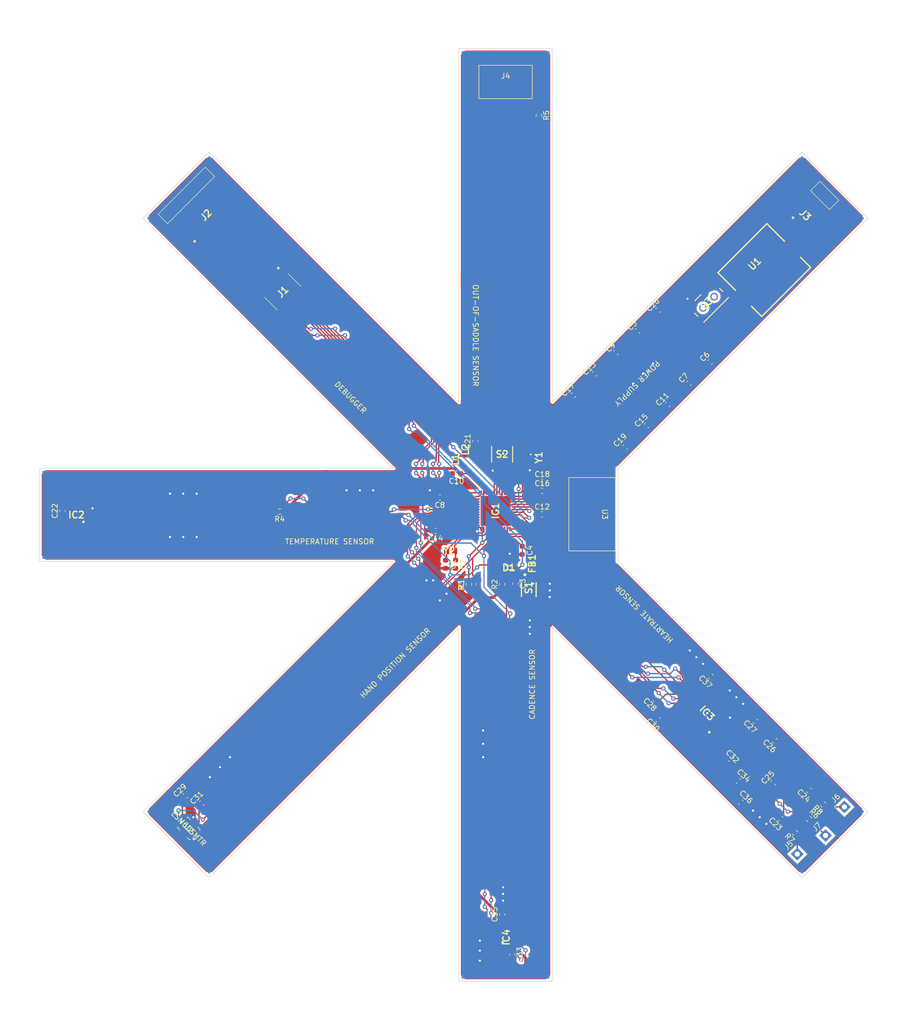
<source format=kicad_pcb>
(kicad_pcb (version 20211014) (generator pcbnew)
  (title_block (title "GDP 13 FPC") (date "2022-11-03") (rev "1.0") (company "University of Southampton"))
  (layers (0 "F.Cu" signal) (31 "B.Cu" signal) (34 "B.Paste" user) (35 "F.Paste" user) (36 "B.SilkS" user "B.Silkscreen") (37 "F.SilkS" user "F.Silkscreen") (38 "B.Mask" user) (39 "F.Mask" user) (44 "Edge.Cuts" user))
  (net 0 "")
  (net 1 "/PC14-OSC32_IN")
  (net 2 "GND")
  (net 3 "/PC15-OSC32_OUT")
  (net 4 "/PB11-NRST")
  (net 5 "VDD")
  (net 6 "/PH3-BOOT0")
  (net 7 "/I2C1_SCL")
  (net 8 "/I2C1_SDA")
  (net 10 "/SPI1_SCK")
  (net 11 "/SPI1_NSS")
  (net 12 "/SPI1_MOSI")
  (net 13 "/SPI1_MISO")
  (net 15 "/RCC_MCO")
  (net 16 "/USART1_TX")
  (net 17 "/COMP1_INP")
  (net 18 "/OSC_OUT")
  (net 19 "/OSC_IN")
  (net 22 "/MODE_B3")
  (net 23 "/MODE_B2")
  (net 24 "/MODE_B1")
  (net 25 "/USART1_RX")
  (net 26 "/HR_INT2")
  (net 27 "/HR_INT1")
  (net 28 "/SYS_JTMS-SWDIO")
  (net 29 "/SYS_JTCK-SWCLK")
  (net 30 "/TEMP_INT")
  (net 31 "/SYS_JTDO-SWO")
  (net 32 "/HANDPOS_INT2")
  (net 33 "/HANDPOS_INT1")
  (net 34 "/CADENCE_INT2")
  (net 35 "/CADENCE_INT1")
  (net 42 "/VDD_PS")
  (net 43 "Net-(J7-Pad1)")
  (net 44 "Net-(L1-Pad2)")
  (net 45 "/VDD_BAT")
  (net 46 "Net-(J5-Pad1)")
  (net 50 "/RF1")
  (net 51 "/ECG_P")
  (net 52 "/ECGN")
  (net 53 "/NRST")
  (net 54 "/CAPP")
  (net 55 "/CAPN")
  (net 56 "/CPPL")
  (net 57 "/VBG")
  (net 58 "/VCM")
  (net 59 "/VREF")
  (net 62 "Net-(J6-Pad1)")
  (net 63 "/VDAA")
  (net 64 "/VLXSMPS")
  (net 65 "/VFBSMPS")
  (footprint "Resistor_SMD:R_0603_1608Metric" (layer "F.Cu") (at 357.532914 279.526803 135)
    (fp_text reference "R8")
    (fp_text value "R")
  )
  (footprint "Capacitor_SMD:C_0603_1608Metric" (layer "F.Cu") (at 235.959114 277.856476 45)
    (fp_text reference "C29")
    (fp_text value "C")
  )
  (footprint "Capacitor_SMD:C_0603_1608Metric" (layer "F.Cu") (at 319.81584 211.45737 45)
    (fp_text reference "C19")
    (fp_text value "C")
  )
  (footprint "Capacitor_SMD:C_0603_1608Metric" (layer "F.Cu") (at 303.991442 219.815843)
    (fp_text reference "C16")
    (fp_text value "C")
  )
  (footprint "Gdp_Flexible:KMR2_1" (layer "F.Cu") (at 301.431442 238.613608 -90)
    (fp_text reference "S1")
    (fp_text value "KMR231GLFS" hide)
  )
  (footprint "Capacitor_SMD:C_0603_1608Metric" (layer "F.Cu") (at 326.10202 185.414627 45)
    (fp_text reference "C20")
    (fp_text value "C")
  )
  (footprint "Connector_PinHeader_2.54mm:PinHeader_1x01_P2.54mm_Vertical" (layer "F.Cu") (at 361.574029 279.975815 45)
    (fp_text reference "J6")
    (fp_text value "Conn_01x01")
  )
  (footprint "Gdp_Flexible:BEADC1608X95N" (layer "F.Cu") (at 302.086442 233.670843 90)
    (fp_text reference "FB1")
    (fp_text value "HZ0603C601R-10" hide)
  )
  (footprint "Capacitor_SMD:C_0603_1608Metric" (layer "F.Cu") (at 327.898071 203.37514 45)
    (fp_text reference "C11")
    (fp_text value "C")
  )
  (footprint "Capacitor_SMD:C_0603_1608Metric" (layer "F.Cu") (at 318.019789 193.496858 45)
    (fp_text reference "C9")
    (fp_text value "C")
  )
  (footprint "Capacitor_SMD:C_0603_1608Metric" (layer "F.Cu") (at 335.980302 195.292909 45)
    (fp_text reference "C6")
    (fp_text value "C")
  )
  (footprint "Capacitor_SMD:C_0603_1608Metric" (layer "F.Cu") (at 283.671442 227.435843 180)
    (fp_text reference "C14")
    (fp_text value "C")
  )
  (footprint "Capacitor_SMD:C_0603_1608Metric" (layer "F.Cu") (at 325.529968 259.46293 135)
    (fp_text reference "C28")
    (fp_text value "C")
  )
  (footprint "Capacitor_SMD:C_0603_1608Metric" (layer "F.Cu") (at 341.368453 275.036675 -45)
    (fp_text reference "C34")
    (fp_text value "C")
  )
  (footprint "Gdp_Flexible:INDC2112X140N" (layer "F.Cu") (at 289.366442 211.950843 90)
    (fp_text reference "L2")
    (fp_text value "74479777310A" hide)
  )
  (footprint "Gdp_Flexible:SODFL1608X70N" (layer "F.Cu") (at 297.621442 234.440843 180)
    (fp_text reference "D1")
    (fp_text value "BAT54KFILM" hide)
  )
  (footprint "Capacitor_SMD:C_0603_1608Metric" (layer "F.Cu") (at 354.838837 276.832726 135)
    (fp_text reference "C24")
    (fp_text value "C")
  )
  (footprint "Capacitor_SMD:C_0603_1608Metric" (layer "F.Cu") (at 331.939186 199.334024 45)
    (fp_text reference "C7")
    (fp_text value "C")
  )
  (footprint "Gdp_Flexible:LQW18AS10NG0CD" (layer "F.Cu") (at 287.461442 213.855843 90)
    (fp_text reference "L1")
    (fp_text value "LQW18AN10NG00D" hide)
  )
  (footprint "Capacitor_SMD:C_0603_1608Metric" (layer "F.Cu") (at 296.371442 300.460843 90)
    (fp_text reference "C35")
    (fp_text value "C")
  )
  (footprint "Capacitor_SMD:C_0603_1608Metric" (layer "F.Cu") (at 298.866051 237.495519 -90)
    (fp_text reference "C3")
    (fp_text value "C")
  )
  (footprint "Capacitor_SMD:C_0603_1608Metric" (layer "F.Cu") (at 341.817466 279.07779 -45)
    (fp_text reference "C36")
    (fp_text value "C")
  )
  (footprint "Gdp_Flexible:CUS-12B" (layer "F.Cu") (at 335.693923 183.904955 45)
    (fp_text reference "S3")
    (fp_text value "CUS-12TB" hide)
  )
  (footprint "Gdp_Flexible:NX2012SA32768KHZEXS00AMU00530" (layer "F.Cu") (at 286.524384 231.245843)
    (fp_text reference "Y2")
    (fp_text value "NX2012SA-32.768KHZ-EXS00A-MU00389" hide)
  )
  (footprint "Capacitor_SMD:C_0603_1608Metric" (layer "F.Cu") (at 344.628074 263.676439 135)
    (fp_text reference "C27")
    (fp_text value "C")
  )
  (footprint "Gdp_Flexible:Antenna_Flexible_BLE" (layer "F.Cu") (at 315.421442 224.260843 -90)
    (fp_text reference "U3")
    (fp_text value "Antenna_Flexible_BLE")
  )
  (footprint "Capacitor_SMD:C_0603_1608Metric" (layer "F.Cu") (at 309.937559 201.579089 45)
    (fp_text reference "C17")
    (fp_text value "C")
  )
  (footprint "Capacitor_SMD:C_0603_1608Metric" (layer "F.Cu") (at 336.106023 255.154388 135)
    (fp_text reference "C37")
    (fp_text value "C")
  )
  (footprint "Capacitor_SMD:C_0603_1608Metric" (layer "F.Cu") (at 348.319171 267.367536 135)
    (fp_text reference "C26")
    (fp_text value "C")
  )
  (footprint "Capacitor_SMD:C_0603_1608Metric" (layer "F.Cu") (at 284.48 221.085843 180)
    (fp_text reference "C8")
    (fp_text value "C")
  )
  (footprint "Capacitor_SMD:C_0603_1608Metric" (layer "F.Cu") (at 291.271442 210.310843 90)
    (fp_text reference "C21")
    (fp_text value "C")
  )
  (footprint "Gdp_Flexible:S8201-46R" (layer "F.Cu") (at 347.014703 178.488517 45)
    (fp_text reference "U1")
    (fp_text value "S8201-46R" hide)
  )
  (footprint "Resistor_SMD:R_0603_1608Metric" (layer "F.Cu") (at 291.926442 237.595843 90)
    (fp_text reference "R3")
    (fp_text value "R")
  )
  (footprint "Gdp_Flexible:TSM-102-YY-ZZZ-SH" (layer "F.Cu") (at 354.092842 167.302087 -45)
    (fp_text reference "J3")
    (fp_text value "TSM-102-01-L-SH" hide)
  )
  (footprint "Gdp_Flexible:CVS03TB" (layer "F.Cu") (at 296.351442 212.850843)
    (fp_text reference "S2")
    (fp_text value "CVS-03TB" hide)
  )
  (footprint "Resistor_SMD:R_0603_1608Metric" (layer "F.Cu") (at 354.837727 282.274761 -45)
    (fp_text reference "R6")
    (fp_text value "R")
  )
  (footprint "Connector_PinHeader_2.54mm:PinHeader_1x01_P2.54mm_Vertical" (layer "F.Cu") (at 352.593773 288.956071 45)
    (fp_text reference "J5")
    (fp_text value "Conn_01x01")
  )
  (footprint "Capacitor_SMD:C_0603_1608Metric" (layer "F.Cu") (at 313.978674 197.537973 45)
    (fp_text reference "C13")
    (fp_text value "C")
  )
  (footprint "Capacitor_SMD:C_0603_1608Metric" (layer "F.Cu") (at 298.276442 308.080843 -90)
    (fp_text reference "C33")
    (fp_text value "C")
  )
  (footprint "Gdp_Flexible:NX2016SA32MHZEXS00ACS06654" (layer "F.Cu") (at 303.356442 213.465843 -90)
    (fp_text reference "Y1")
    (fp_text value "NX2016SA-32MHZ-EXS00A-CS06654" hide)
  )
  (footprint "Connector_PinHeader_2.54mm:PinHeader_1x01_P2.54mm_Vertical" (layer "F.Cu") (at 357.980815 285.417851 45)
    (fp_text reference "J7")
    (fp_text value "Conn_01x01")
  )
  (footprint "Capacitor_SMD:C_0603_1608Metric" (layer "F.Cu") (at 303.971442 224.280843)
    (fp_text reference "C12")
    (fp_text value "C")
  )
  (footprint "Capacitor_SMD:C_0603_1608Metric" (layer "F.Cu") (at 339.92242 270.896565 -45)
    (fp_text reference "C32")
    (fp_text value "C")
  )
  (footprint "Gdp_Flexible:SON65P200X200X80-7N" (layer "F.Cu") (at 215.219084 224.388483 180)
    (fp_text reference "IC2")
    (fp_text value "TMP117MAIDRVR" hide)
  )
  (footprint "Capacitor_SMD:C_0603_1608Metric" (layer "F.Cu") (at 322.159899 189.356748 45)
    (fp_text reference "C5")
    (fp_text value "C")
  )
  (footprint "Resistor_SMD:R_0603_1608Metric" (layer "F.Cu") (at 290.021442 237.595843 90)
    (fp_text reference "R1")
    (fp_text value "R")
  )
  (footprint "Capacitor_SMD:C_0603_1608Metric" (layer "F.Cu") (at 347.999135 275.381176 45)
    (fp_text reference "C25")
    (fp_text value "C")
  )
  (footprint "Capacitor_SMD:C_0603_1608Metric" (layer "F.Cu") (at 287.655 216.535 180)
    (fp_text reference "C10")
    (fp_text value "C")
  )
  (footprint "Gdp_Flexible:QFN50P500X500X80-29N" (layer "F.Cu") (at 335.396936 262.149653 135)
    (fp_text reference "IC3")
    (fp_text value "MAX30003CTI+" hide)
  )
  (footprint "Capacitor_SMD:C_0603_1608Metric" (layer "F.Cu") (at 285.576442 233.785843 -90)
    (fp_text reference "C1")
    (fp_text value "C")
  )
  (footprint "Capacitor_SMD:C_0603_1608Metric" (layer "F.Cu") (at 239.138125 279.239435 45)
    (fp_text reference "C31")
    (fp_text value "C")
  )
  (footprint "Resistor_SMD:R_0603_1608Metric" (layer "F.Cu") (at 352.144761 284.914957 135)
    (fp_text reference "R7")
    (fp_text value "R")
  )
  (footprint "Capacitor_SMD:C_0603_1608Metric" (layer "F.Cu") (at 303.991442 218.082843)
    (fp_text reference "C18")
    (fp_text value "C")
  )
  (footprint "Gdp_Flexible:FTS-105-YY-XX-DV-TR" (layer "F.Cu") (at 254.532406 181.914447 -135)
    (fp_text reference "J1")
    (fp_text value "FTS-105-01-F-DV-TR" hide)
  )
  (footprint "Capacitor_SMD:C_0603_1608Metric" (layer "F.Cu") (at 212.552084 223.626483 90)
    (fp_text reference "C22")
    (fp_text value "C")
  )
  (footprint "Gdp_Flexible:LGA-12" (layer "F.Cu") (at 297.201425 304.410843 90)
    (fp_text reference "IC4")
    (fp_text value "LIS2DW12TR" hide)
  )
  (footprint "Resistor_SMD:R_0603_1608Metric" (layer "F.Cu") (at 253.954084 223.753483 180)
    (fp_text reference "R4")
    (fp_text value "R")
  )
  (footprint "Gdp_Flexible:QFN50P700X700X60-49N-D" (layer "F.Cu") (at 295.101442 223.625843 90)
    (fp_text reference "IC1")
    (fp_text value "STM32WB15CCU6" hide)
  )
  (footprint "Resistor_SMD:R_0603_1608Metric" (layer "F.Cu") (at 296.371442 237.595843 90)
    (fp_text reference "R2")
    (fp_text value "R")
  )
  (footprint "Gdp_Flexible:FSR07CE" (layer "F.Cu") (at 297.006444 141.331125)
    (fp_text reference "J4")
    (fp_text value "FSR07CE")
  )
  (footprint "Capacitor_SMD:C_0603_1608Metric" (layer "F.Cu") (at 349.450684 282.22088 135)
    (fp_text reference "C23")
    (fp_text value "C")
  )
  (footprint "Resistor_SMD:R_0603_1608Metric" (layer "F.Cu") (at 303.356444 148.316125 -90)
    (fp_text reference "R5")
    (fp_text value "R")
  )
  (footprint "Capacitor_SMD:C_0603_1608Metric" (layer "F.Cu") (at 326.102018 263.362342 135)
    (fp_text reference "C30")
    (fp_text value "C")
  )
  (footprint "Capacitor_SMD:C_0603_1608Metric" (layer "F.Cu") (at 287.481442 233.785843 -90)
    (fp_text reference "C2")
    (fp_text value "C")
  )
  (footprint "Gdp_Flexible:TSM-105-YY-ZZZ-SH" (layer "F.Cu") (at 239.920044 167.302085 45)
    (fp_text reference "J2")
    (fp_text value "TSM-105-01-T-SH" hide)
  )
  (footprint "Gdp_Flexible:LSM6DSMTR" (layer "F.Cu") (at 236.629311 284.093017 135)
    (fp_text reference "U2")
    (fp_text value "LSM6DSMTR")
  )
  (footprint "Capacitor_SMD:C_0603_1608Metric" (layer "F.Cu") (at 323.856956 207.416255 45)
    (fp_text reference "C15")
    (fp_text value "C")
  )
  (footprint "Capacitor_SMD:C_0603_1608Metric" (layer "F.Cu") (at 300.186444 231.14 -90)
    (fp_text reference "C4")
    (fp_text value "C")
  )
  (gr_line (start 288.116442 245.850843) (end 288.116442 245.850843) (layer "Edge.Cuts") (width 0.1))
  (gr_line (start 318.4688 233.278485) (end 318.4688 233.278485) (layer "Edge.Cuts") (width 0.1))
  (gr_line (start 275.544084 233.278483) (end 275.544084 233.278483) (layer "Edge.Cuts") (width 0.1))
  (gr_line (start 227.948726 167.903126) (end 275.544084 215.498483) (layer "Edge.Cuts") (width 0.1))
  (gr_line (start 366.064157 280.873841) (end 318.4688 233.278484) (layer "Edge.Cuts") (width 0.1))
  (gr_line (start 318.468802 215.498485) (end 318.468801 233.278485) (layer "Edge.Cuts") (width 0.1))
  (gr_line (start 288.116444 202.926125) (end 288.116444 202.926125) (layer "Edge.Cuts") (width 0.1))
  (gr_line (start 288.116444 135.616125) (end 288.116444 135.616125) (layer "Edge.Cuts") (width 0.1))
  (gr_line (start 240.521085 155.330767) (end 227.948726 167.903126) (layer "Edge.Cuts") (width 0.1))
  (gr_line (start 365.165021 281.825749) (end 365.165021 281.825749) (layer "Edge.Cuts") (width 0.1))
  (gr_line (start 240.521084 293.4462) (end 288.116442 245.850843) (layer "Edge.Cuts") (width 0.1))
  (gr_line (start 208.234084 233.278483) (end 275.544084 233.278483) (layer "Edge.Cuts") (width 0.1))
  (gr_line (start 353.491799 293.4462) (end 366.064157 280.873841) (layer "Edge.Cuts") (width 0.1))
  (gr_line (start 353.491801 155.330769) (end 305.896444 202.926127) (layer "Edge.Cuts") (width 0.1))
  (gr_line (start 208.234084 215.498483) (end 208.234084 233.278483) (layer "Edge.Cuts") (width 0.1))
  (gr_line (start 275.544085 215.498484) (end 275.544085 215.498484) (layer "Edge.Cuts") (width 0.1))
  (gr_line (start 305.896442 313.160843) (end 305.896442 313.160843) (layer "Edge.Cuts") (width 0.1))
  (gr_line (start 305.896444 135.616125) (end 288.116444 135.616125) (layer "Edge.Cuts") (width 0.1))
  (gr_line (start 288.116442 245.850843) (end 288.116442 313.160843) (layer "Edge.Cuts") (width 0.1))
  (gr_line (start 275.544083 233.278484) (end 227.948726 280.873842) (layer "Edge.Cuts") (width 0.1))
  (gr_line (start 354.443708 156.229907) (end 354.443708 156.229907) (layer "Edge.Cuts") (width 0.1))
  (gr_line (start 366.06416 167.903128) (end 353.491801 155.330769) (layer "Edge.Cuts") (width 0.1))
  (gr_line (start 228.847864 166.951219) (end 228.847864 166.951219) (layer "Edge.Cuts") (width 0.1))
  (gr_line (start 288.116444 135.616125) (end 288.116444 202.926125) (layer "Edge.Cuts") (width 0.1))
  (gr_line (start 318.468802 215.498485) (end 366.06416 167.903128) (layer "Edge.Cuts") (width 0.1))
  (gr_line (start 227.948726 280.873842) (end 240.521084 293.4462) (layer "Edge.Cuts") (width 0.1))
  (gr_line (start 305.896442 313.160843) (end 305.896442 245.850843) (layer "Edge.Cuts") (width 0.1))
  (gr_line (start 288.116442 313.160843) (end 305.896442 313.160843) (layer "Edge.Cuts") (width 0.1))
  (gr_line (start 305.896442 245.850843) (end 305.896442 245.850843) (layer "Edge.Cuts") (width 0.1))
  (gr_line (start 275.544084 215.498483) (end 208.234084 215.498483) (layer "Edge.Cuts") (width 0.1))
  (gr_line (start 305.896444 202.926127) (end 305.896444 202.926127) (layer "Edge.Cuts") (width 0.1))
  (gr_line (start 305.896442 245.850843) (end 353.491799 293.4462) (layer "Edge.Cuts") (width 0.1))
  (gr_line (start 305.896444 202.926125) (end 305.896444 135.616125) (layer "Edge.Cuts") (width 0.1))
  (gr_line (start 240.521084 293.4462) (end 240.521084 293.4462) (layer "Edge.Cuts") (width 0.1))
  (gr_line (start 208.19677 231.969597) (end 208.19677 231.969597) (layer "Edge.Cuts") (width 0.1))
  (gr_line (start 288.116442 202.926125) (end 240.521085 155.330767) (layer "Edge.Cuts") (width 0.1))
  (gr_text "POWER SUPPLY\n" (at 322.060905 199.334024 225) (layer "F.SilkS") (effects (font (size 1 1))))
  (gr_text "DEBUGGER\n" (at 267.461853 202.028099 315) (layer "F.SilkS") (effects (font (size 1 1))))
  (gr_text "HEARTRATE SENSOR\n" (at 323.460833 243.272873 135) (layer "F.SilkS") (effects (font (size 1 1))))
  (gr_text "OUT-OF-SADDLE SENSOR\n" (at 291.291444 190.226125 270) (layer "F.SilkS") (effects (font (size 1 1))))
  (gr_text "HAND POSITION SENSOR" (at 275.993096 252.586035 45) (layer "F.SilkS") (effects (font (size 1 1))))
  (gr_text "CADENCE SENSOR\n" (at 302.086442 256.645843 90) (layer "F.SilkS") (effects (font (size 1 1))))
  (gr_text "TEMPERATURE SENSOR\n" (at 263.479084 229.468483) (layer "F.SilkS") (effects (font (size 1 1))))
  (segment (start 285.774384 231.120843) (end 289.067384 227.827843) (width 0.254) (layer "F.Cu") (net 1))
  (segment (start 292.652042 227.827843) (end 292.851442 227.628443) (width 0.254) (layer "F.Cu") (net 1))
  (segment (start 285.774384 231.245843) (end 285.774384 232.812901) (width 0.254) (layer "F.Cu") (net 1))
  (segment (start 289.067384 227.827843) (end 292.652042 227.827843) (width 0.254) (layer "F.Cu") (net 1))
  (segment (start 292.851442 227.628443) (end 292.851442 227.075843) (width 0.254) (layer "F.Cu") (net 1))
  (segment (start 285.774384 231.245843) (end 285.774384 231.120843) (width 0.254) (layer "F.Cu") (net 1))
  (segment (start 285.957442 231.428901) (end 285.774384 231.245843) (width 0.254) (layer "F.Cu") (net 1))
  (segment (start 285.774384 232.812901) (end 285.576442 233.010843) (width 0.254) (layer "F.Cu") (net 1))
  (segment (start 237.661899 284.772051) (end 237.308345 285.125605) (width 0.245) (layer "F.Cu") (net 2))
  (segment (start 331.22575 265.613733) (end 331.22575 267.834509) (width 0.254) (layer "F.Cu") (net 2))
  (segment (start 335.774814 265.095178) (end 335.037726 265.095178) (width 0.508) (layer "F.Cu") (net 2))
  (segment (start 334.878768 264.93622) (end 334.869435 264.945554) (width 0.508) (layer "F.Cu") (net 2))
  (segment (start 338.119297 261.548613) (end 338.332812 261.548613) (width 0.254) (layer "F.Cu") (net 2))
  (segment (start 332.133749 266.119948) (end 332.133749 267.458403) (width 0.254) (layer "F.Cu") (net 2))
  (segment (start 335.997977 264.872015) (end 335.774814 265.095178) (width 0.508) (layer "F.Cu") (net 2))
  (segment (start 298.551442 221.875843) (end 296.851442 221.875843) (width 0.254) (layer "F.Cu") (net 2))
  (segment (start 237.305517 283.416811) (end 236.951964 283.063258) (width 0.245) (layer "F.Cu") (net 2))
  (segment (start 338.975924 275.584683) (end 341.916461 275.584683) (width 0.254) (layer "F.Cu") (net 2))
  (segment (start 337.718399 259.1308) (end 338.404199 259.1308) (width 0.254) (layer "F.Cu") (net 2))
  (segment (start 297.451425 303.610843) (end 297.951425 303.610843) (width 0.2) (layer "F.Cu") (net 2))
  (segment (start 236.7534 284.0482) (end 236.951965 283.849635) (width 0.254) (layer "F.Cu") (net 2))
  (segment (start 336.119919 271.444572) (end 340.470427 271.444572) (width 0.254) (layer "F.Cu") (net 2))
  (segment (start 333.855446 187.228356) (end 332.370521 185.743432) (width 0.508) (layer "F.Cu") (net 2))
  (segment (start 337.058638 263.811355) (end 337.279707 263.590286) (width 0.508) (layer "F.Cu") (net 2))
  (segment (start 214.169084 223.309483) (end 214.1728 223.305767) (width 0.254) (layer "F.Cu") (net 2))
  (segment (start 237.308346 285.125605) (end 236.954792 285.479159) (width 0.254) (layer "F.Cu") (net 2))
  (segment (start 338.404199 259.1308) (end 339.724999 257.81) (width 0.254) (layer "F.Cu") (net 2))
  (segment (start 297.951425 303.610843) (end 297.951425 304.160843) (width 0.2) (layer "F.Cu") (net 2))
  (segment (start 214.1728 223.305767) (end 214.1728 222.8088) (width 0.254) (layer "F.Cu") (net 2))
  (segment (start 339.017325 182.066477) (end 337.532401 180.581553) (width 0.508) (layer "F.Cu") (net 2))
  (segment (start 296.851442 221.875843) (end 295.101442 223.625843) (width 0.254) (layer "F.Cu") (net 2))
  (segment (start 334.088789 264.164908) (end 332.133749 266.119948) (width 0.245) (layer "F.Cu") (net 2))
  (segment (start 331.22575 267.834509) (end 338.975924 275.584683) (width 0.254) (layer "F.Cu") (net 2))
  (segment (start 302.706442 221.875843) (end 304.766442 219.815843) (width 0.254) (layer "F.Cu") (net 2))
  (segment (start 298.551442 221.875843) (end 302.706442 221.875843) (width 0.254) (layer "F.Cu") (net 2))
  (segment (start 236.7534 284.570659) (end 236.7534 284.0482) (width 0.254) (layer "F.Cu") (net 2))
  (segment (start 333.381682 263.457801) (end 331.22575 265.613733) (width 0.245) (layer "F.Cu") (net 2))
  (segment (start 335.997977 264.872015) (end 337.058638 263.811355) (width 0.508) (layer "F.Cu") (net 2))
  (segment (start 336.705084 260.1344) (end 336.714799 260.134401) (width 0.254) (layer "F.Cu") (net 2))
  (segment (start 216.269084 224.388483) (end 217.038117 224.388483) (width 0.254) (layer "F.Cu") (net 2))
  (segment (start 217.038117 224.388483) (end 218.2876 223.139) (width 0.254) (layer "F.Cu") (net 2))
  (segment (start 332.133749 267.458403) (end 336.119919 271.444572) (width 0.254) (layer "F.Cu") (net 2))
  (segment (start 294.351442 220.175843) (end 294.351442 222.875843) (width 0.254) (layer "F.Cu") (net 2))
  (segment (start 335.037726 265.095178) (end 334.878768 264.93622) (width 0.508) (layer "F.Cu") (net 2))
  (segment (start 214.169084 223.738483) (end 214.169084 223.309483) (width 0.254) (layer "F.Cu") (net 2))
  (segment (start 338.332812 261.548613) (end 339.775799 262.9916) (width 0.254) (layer "F.Cu") (net 2))
  (segment (start 336.714799 260.134401) (end 337.718399 259.1308) (width 0.254) (layer "F.Cu") (net 2))
  (segment (start 236.951965 283.849635) (end 236.951965 283.063258) (width 0.254) (layer "F.Cu") (net 2))
  (segment (start 294.351442 222.875843) (end 295.101442 223.625843) (width 0.254) (layer "F.Cu") (net 2))
  (segment (start 237.308346 285.125605) (end 236.7534 284.570659) (width 0.254) (layer "F.Cu") (net 2))
  (via (at 301.625 215.9) (size 0.8) (drill 0.4) (layers "F.Cu" "B.Cu") (net 2))
  (via (at 218.2876 223.139) (size 0.8) (drill 0.4) (layers "F.Cu" "B.Cu") (net 2))
  (via (at 244.475 270.51) (size 0.8) (drill 0.4) (layers "F.Cu" "B.Cu") (net 2))
  (via (at 332.104999 250.19) (size 0.8) (drill 0.4) (layers "F.Cu" "B.Cu") (net 2))
  (via (at 345.439999 281.94) (size 0.8) (drill 0.4) (layers "F.Cu" "B.Cu") (net 2))
  (via (at 283.21 236.855) (size 0.8) (drill 0.4) (layers "F.Cu" "B.Cu") (net 2))
  (via (at 301.625 247.015) (size 0.8) (drill 0.4) (layers "F.Cu" "B.Cu") (net 2))
  (via (at 269.24 219.71) (size 0.8) (drill 0.4) (layers "F.Cu" "B.Cu") (net 2))
  (via (at 285.75 239.395) (size 0.8) (drill 0.4) (layers "F.Cu" "B.Cu") (net 2))
  (via (at 281.94 226.695) (size 0.8) (drill 0.4) (layers "F.Cu" "B.Cu") (net 2))
  (via (at 242.57 272.415) (size 0.8) (drill 0.4) (layers "F.Cu" "B.Cu") (net 2))
  (via (at 238.125 228.6) (size 0.8) (drill 0.4) (layers "F.Cu" "B.Cu") (net 2))
  (via (at 305.435 240.03) (size 0.8) (drill 0.4) (layers "F.Cu" "B.Cu") (net 2))
  (via (at 233.045 220.345) (size 0.8) (drill 0.4) (layers "F.Cu" "B.Cu") (net 2))
  (via (at 238.125 220.345) (size 0.8) (drill 0.4) (layers "F.Cu" "B.Cu") (net 2))
  (via (at 296.545 297.815) (size 0.8) (drill 0.4) (layers "F.Cu" "B.Cu") (net 2))
  (via (at 292.735 265.43) (size 0.8) (drill 0.4) (layers "F.Cu" "B.Cu") (net 2))
  (via (at 292.1 305.435) (size 0.8) (drill 0.4) (layers "F.Cu" "B.Cu") (net 2))
  (via (at 296.545 295.275) (size 0.8) (drill 0.4) (layers "F.Cu" "B.Cu") (net 2))
  (via (at 292.1 309.245) (size 0.8) (drill 0.4) (layers "F.Cu" "B.Cu") (net 2))
  (via (at 287.655 218.44) (size 0.8) (drill 0.4) (layers "F.Cu" "B.Cu") (net 2))
  (via (at 284.48 240.665) (size 0.8) (drill 0.4) (layers "F.Cu" "B.Cu") (net 2))
  (via (at 335.432399 262.128) (size 0.8) (drill 0.4) (layers "F.Cu" "B.Cu") (net 2))
  (via (at 281.94 236.855) (size 0.8) (drill 0.4) (layers "F.Cu" "B.Cu") (net 2))
  (via (at 302.26 237.49) (size 0.8) (drill 0.4) (layers "F.Cu" "B.Cu") (net 2))
  (via (at 282.575 219.71) (size 0.8) (drill 0.4) (layers "F.Cu" "B.Cu") (net 2))
  (via (at 333.374999 251.46) (size 0.8) (drill 0.4) (layers "F.Cu" "B.Cu") (net 2))
  (via (at 301.625 244.475) (size 0.8) (drill 0.4) (layers "F.Cu" "B.Cu") (net 2))
  (via (at 292.735 267.97) (size 0.8) (drill 0.4) (layers "F.Cu" "B.Cu") (net 2))
  (via (at 266.7 219.71) (size 0.8) (drill 0.4) (layers "F.Cu" "B.Cu") (net 2))
  (via (at 301.625 245.745) (size 0.8) (drill 0.4) (layers "F.Cu" "B.Cu") (net 2))
  (via (at 342.264999 260.35) (size 0.8) (drill 0.4) (layers "F.Cu" "B.Cu") (net 2))
  (via (at 297.815 231.775) (size 0.8) (drill 0.4) (layers "F.Cu" "B.Cu") (net 2))
  (via (at 296.545 296.545) (size 0.8) (drill 0.4) (layers "F.Cu" "B.Cu") (net 2))
  (via (at 295.275 223.52) (size 0.8) (drill 0.4) (layers "F.Cu" "B.Cu") (net 2))
  (via (at 305.435 238.76) (size 0.8) (drill 0.4) (layers "F.Cu" "B.Cu") (net 2))
  (via (at 235.585 228.6) (size 0.8) (drill 0.4) (layers "F.Cu" "B.Cu") (net 2))
  (via (at 292.1 307.34) (size 0.8) (drill 0.4) (layers "F.Cu" "B.Cu") (net 2))
  (via (at 339.775799 262.9916) (size 0.8) (drill 0.4) (layers "F.Cu" "B.Cu") (net 2))
  (via (at 334.644999 252.73) (size 0.8) (drill 0.4) (layers "F.Cu" "B.Cu") (net 2))
  (via (at 305.435 237.49) (size 0.8) (drill 0.4) (layers "F.Cu" "B.Cu") (net 2))
  (via (at 346.709999 283.209999) (size 0.8) (drill 0.4) (layers "F.Cu" "B.Cu") (net 2))
  (via (at 321.31 199.39) (size 0.8) (drill 0.4) (layers "F.Cu" "B.Cu") (net 2))
  (via (at 323.215 197.485) (size 0.8) (drill 0.4) (layers "F.Cu" "B.Cu") (net 2))
  (via (at 235.585 220.345) (size 0.8) (drill 0.4) (layers "F.Cu" "B.Cu") (net 2))
  (via (at 339.724999 257.81) (size 0.8) (drill 0.4) (layers "F.Cu" "B.Cu") (net 2))
  (via (at 292.735 270.51) (size 0.8) (drill 0.4) (layers "F.Cu" "B.Cu") (net 2))
  (via (at 271.78 219.71) (size 0.8) (drill 0.4) (layers "F.Cu" "B.Cu") (net 2))
  (via (at 237.49 281.94) (size 0.8) (drill 0.4) (layers "F.Cu" "B.Cu") (net 2))
  (via (at 325.12 195.58) (size 0.8) (drill 0.4) (layers "F.Cu" "B.Cu") (net 2))
  (via (at 296.545 212.725) (size 0.8) (drill 0.4) (layers "F.Cu" "B.Cu") (net 2))
  (via (at 233.045 228.6) (size 0.8) (drill 0.4) (layers "F.Cu" "B.Cu") (net 2))
  (via (at 340.994999 259.08) (size 0.8) (drill 0.4) (layers "F.Cu" "B.Cu") (net 2))
  (via (at 344.169999 280.67) (size 0.8) (drill 0.4) (layers "F.Cu" "B.Cu") (net 2))
  (via (at 240.665 274.32) (size 0.8) (drill 0.4) (layers "F.Cu" "B.Cu") (net 2))
  (segment (start 287.481442 231.452901) (end 287.274384 231.245843) (width 0.254) (layer "F.Cu") (net 3))
  (segment (start 292.851645 228.28864) (end 293.351442 227.788843) (width 0.254) (layer "F.Cu") (net 3))
  (segment (start 289.248639 228.28864) (end 292.851645 228.28864) (width 0.254) (layer "F.Cu") (net 3))
  (segment (start 293.351442 227.788843) (end 293.351442 227.075843) (width 0.254) (layer "F.Cu") (net 3))
  (segment (start 287.274384 230.262895) (end 289.248639 228.28864) (width 0.254) (layer "F.Cu") (net 3))
  (segment (start 287.274384 231.245843) (end 287.274384 230.262895) (width 0.254) (layer "F.Cu") (net 3))
  (segment (start 287.481442 233.010843) (end 287.481442 231.452901) (width 0.254) (layer "F.Cu") (net 3))
  (segment (start 297.070849 234.61525) (end 296.896442 234.440843) (width 0.254) (layer "F.Cu") (net 4))
  (segment (start 295.351442 233.774791) (end 296.501968 234.925317) (width 0.254) (layer "F.Cu") (net 4))
  (segment (start 297.070849 234.925317) (end 297.070849 234.61525) (width 0.254) (layer "F.Cu") (net 4))
  (segment (start 296.501968 234.925317) (end 297.070849 234.925317) (width 0.254) (layer "F.Cu") (net 4))
  (segment (start 295.351442 227.075843) (end 295.351442 233.774791) (width 0.254) (layer "F.Cu") (net 4))
  (segment (start 297.070849 234.925317) (end 298.866051 236.720519) (width 0.254) (layer "F.Cu") (net 4))
  (segment (start 290.683668 217.277668) (end 289.941 216.535) (width 0.254) (layer "F.Cu") (net 5))
  (segment (start 295.351442 209.855043) (end 288.751442 203.255043) (width 0.254) (layer "F.Cu") (net 5))
  (segment (start 298.551442 222.875843) (end 301.791442 222.875843) (width 0.254) (layer "F.Cu") (net 5))
  (segment (start 324.808861 263.865235) (end 324.853974 263.91035) (width 0.508) (layer "F.Cu") (net 5))
  (segment (start 243.512147 163.709983) (end 252.195418 172.393254) (width 0.508) (layer "F.Cu") (net 5))
  (segment (start 275.823482 232.643483) (end 276.483242 233.303243) (width 0.508) (layer "F.Cu") (net 5))
  (segment (start 335.172078 196.101132) (end 335.172078 197.897183) (width 0.508) (layer "F.Cu") (net 5))
  (segment (start 288.319642 245.088843) (end 288.319642 243.742643) (width 0.508) (layer "F.Cu") (net 5))
  (segment (start 353.940814 156.677808) (end 364.717121 167.454115) (width 0.508) (layer "F.Cu") (net 5))
  (segment (start 300.816442 312.525843) (end 304.626442 312.525843) (width 0.508) (layer "F.Cu") (net 5))
  (segment (start 208.869084 224.388483) (end 208.869084 232.008483) (width 0.508) (layer "F.Cu") (net 5))
  (segment (start 305.261442 311.890843) (end 305.261442 245.723843) (width 0.508) (layer "F.Cu") (net 5))
  (segment (start 330.915437 202.153825) (end 326.748598 206.320664) (width 0.508) (layer "F.Cu") (net 5))
  (segment (start 229.295765 167.454113) (end 229.295765 168.352139) (width 0.508) (layer "F.Cu") (net 5))
  (segment (start 308.030042 229.114443) (end 303.196442 224.280843) (width 0.508) (layer "F.Cu") (net 5))
  (segment (start 330.915437 200.357774) (end 330.915437 202.153825) (width 0.508) (layer "F.Cu") (net 5))
  (segment (start 303.178642 224.298643) (end 303.196442 224.280843) (width 0.508) (layer "F.Cu") (net 5))
  (segment (start 306.429417 214.869868) (end 303.216442 218.082843) (width 0.508) (layer "F.Cu") (net 5))
  (segment (start 294.656442 240.135843) (end 296.371442 238.420843) (width 0.508) (layer "F.Cu") (net 5))
  (segment (start 299.546442 307.445843) (end 298.416442 307.445843) (width 0.508) (layer "F.Cu") (net 5))
  (segment (start 304.626442 312.525843) (end 305.261442 311.890843) (width 0.508) (layer "F.Cu") (net 5))
  (segment (start 296.951425 305.210843) (end 296.951425 305.980826) (width 0.2) (layer "F.Cu") (net 5))
  (segment (start 310.493842 233.887443) (end 308.030042 231.423643) (width 0.508) (layer "F.Cu") (net 5))
  (segment (start 296.951425 305.980826) (end 298.276442 307.305843) (width 0.2) (layer "F.Cu") (net 5))
  (segment (start 236.30383 282.706875) (end 235.411106 281.814151) (width 0.245) (layer "F.Cu") (net 5))
  (segment (start 287.49685 245.581435) (end 287.989442 245.088843) (width 0.508) (layer "F.Cu") (net 5))
  (segment (start 336.654031 252.666645) (end 336.654031 255.702396) (width 0.508) (layer "F.Cu") (net 5))
  (segment (start 288.116442 227.435843) (end 289.176442 226.375843) (width 0.245) (layer "F.Cu") (net 5))
  (segment (start 305.820242 245.165043) (end 305.820242 244.225243) (width 0.508) (layer "F.Cu") (net 5))
  (segment (start 252.195418 172.393254) (end 252.195418 175.985357) (width 0.508) (layer "F.Cu") (net 5))
  (segment (start 262.399084 216.133483) (end 254.779084 223.753483) (width 0.508) (layer "F.Cu") (net 5))
  (segment (start 305.718642 203.509043) (end 306.211553 203.509043) (width 0.508) (layer "F.Cu") (net 5))
  (segment (start 278.307188 233.575097) (end 284.446442 227.435843) (width 0.508) (layer "F.Cu") (net 5))
  (segment (start 333.392997 260.84886) (end 332.911739 260.367602) (width 0.254) (layer "F.Cu") (net 5))
  (segment (start 288.751442 202.672127) (end 288.751444 202.672125) (width 0.508) (layer "F.Cu") (net 5))
  (segment (start 317.471782 194.044866) (end 316.888277 194.62837) (width 0.508) (layer "F.Cu") (net 5))
  (segment (start 318.179734 233.887443) (end 310.493842 233.887443) (width 0.508) (layer "F.Cu") (net 5))
  (segment (start 289.176442 226.375843) (end 291.651442 226.375843) (width 0.245) (layer "F.Cu") (net 5))
  (segment (start 237.19839 159.551488) (end 229.295765 167.454113) (width 0.508) (layer "F.Cu") (net 5))
  (segment (start 297.351442 209.900843) (end 295.351442 209.900843) (width 0.254) (layer "F.Cu") (net 5))
  (segment (start 263.147602 216.133483) (end 209.504084 216.133483) (width 0.508) (layer "F.Cu") (net 5))
  (segment (start 229.295765 168.352139) (end 276.483242 215.539615) (width 0.508) (layer "F.Cu") (net 5))
  (segment (start 287.487824 245.581435) (end 287.49685 245.581435) (width 0.508) (layer "F.Cu") (net 5))
  (segment (start 291.926442 240.135843) (end 291.926442 238.420843) (width 0.508) (layer "F.Cu") (net 5))
  (segment (start 288.751442 203.255043) (end 288.751442 202.672127) (width 0.508) (layer "F.Cu") (net 5))
  (segment (start 234.638804 278.413252) (end 237.19839 278.413252) (width 0.508) (layer "F.Cu") (net 5))
  (segment (start 300.816442 308.715843) (end 299.546442 307.445843) (width 0.508) (layer "F.Cu") (net 5))
  (segment (start 208.869084 224.388483) (end 212.539084 224.388483) (width 0.508) (layer "F.Cu") (net 5))
  (segment (start 304.626444 136.251125) (end 305.261444 136.886125) (width 0.508) (layer "F.Cu") (net 5))
  (segment (start 316.888277 194.62837) (end 315.092226 194.62837) (width 0.508) (layer "F.Cu") (net 5))
  (segment (start 288.751442 311.890843) (end 288.751442 293.475843) (width 0.508) (layer "F.Cu") (net 5))
  (segment (start 364.717121 168.352141) (end 335.172078 197.897183) (width 0.508) (layer "F.Cu") (net 5))
  (segment (start 240.970097 292.099162) (end 240.072072 292.099162) (width 0.508) (layer "F.Cu") (net 5))
  (segment (start 318.935775 214.133487) (end 318.199394 214.869868) (width 0.508) (layer "F.Cu") (net 5))
  (segment (start 285.250271 221.081114) (end 285.255 221.085843) (width 0.508) (layer "F.Cu") (net 5))
  (segment (start 252.195418 175.985357) (end 254.889495 178.679433) (width 0.508) (layer "F.Cu") (net 5))
  (segment (start 332.911739 260.367602) (end 332.909565 260.367603) (width 0.254) (layer "F.Cu") (net 5))
  (segment (start 212.565084 224.388483) (end 212.552084 224.401483) (width 0.254) (layer "F.Cu") (net 5))
  (segment (start 289.386444 136.251125) (end 294.278875 136.251125) (width 0.508) (layer "F.Cu") (net 5))
  (segment (start 287.434615 215.539615) (end 288.43 216.535) (width 0.508) (layer "F.Cu") (net 5))
  (segment (start 353.940812 292.099162) (end 353.042786 292.099162) (width 0.508) (layer "F.Cu") (net 5))
  (segment (start 301.832442 219.815843) (end 303.216442 219.815843) (width 0.254) (layer "F.Cu") (net 5))
  (segment (start 288.751442 246.104843) (end 288.751442 293.475843) (width 0.508) (layer "F.Cu") (net 5))
  (segment (start 286.9184 222.377) (end 285.627243 221.085843) (width 0.254) (layer "F.Cu") (net 5))
  (segment (start 208.869084 216.768483) (end 208.869084 224.388483) (width 0.508) (layer "F.Cu") (net 5))
  (segment (start 288.319642 245.088843) (end 288.776842 245.546043) (width 0.508) (layer "F.Cu") (net 5))
  (segment (start 303.280242 241.685243) (end 303.280242 235.335243) (width 0.508) (layer "F.Cu") (net 5))
  (segment (start 209.504084 232.643483) (end 275.823482 232.643483) (width 0.508) (layer "F.Cu") (net 5))
  (segment (start 296.231442 301.095843) (end 296.371442 301.235843) (width 0.508) (layer "F.Cu") (net 5))
  (segment (start 327.576395 258.51252) (end 326.077976 260.010939) (width 0.254) (layer "F.Cu") (net 5))
  (segment (start 284.446442 227.435843) (end 288.116442 227.435843) (width 0.245) (layer "F.Cu") (net 5))
  (segment (start 229.295764 280.424829) (end 232.564577 277.156016) (width 0.508) (layer "F.Cu") (net 5))
  (segment (start 319.133341 190.587255) (end 323.443864 186.276732) (width 0.508) (layer "F.Cu") (net 5))
  (segment (start 208.869084 232.008483) (end 209.504084 232.643483) (width 0.508) (layer "F.Cu") (net 5))
  (segment (start 288.751444 181.234525) (end 288.751444 136.886125) (width 0.508) (layer "F.Cu") (net 5))
  (segment (start 325.239915 186.276732) (end 323.443864 186.276732) (width 0.508) (layer "F.Cu") (net 5))
  (segment (start 287.989442 245.088843) (end 288.319642 245.088843) (width 0.508) (layer "F.Cu") (net 5))
  (segment (start 305.820242 244.225243) (end 303.280242 241.685243) (width 0.508) (layer "F.Cu") (net 5))
  (segment (start 326.748598 204.524613) (end 326.748598 206.320664) (width 0.508) (layer "F.Cu") (net 5))
  (segment (start 232.564577 277.156016) (end 233.813045 278.404483) (width 0.508) (layer "F.Cu") (net 5))
  (segment (start 332.865496 184.258508) (end 331.72267 183.115682) (width 0.508) (layer "F.Cu") (net 5))
  (segment (start 335.172078 197.897183) (end 330.915437 202.153825) (width 0.508) (layer "F.Cu") (net 5))
  (segment (start 292.851442 220.175843) (end 292.851442 219.446843) (width 0.254) (layer "F.Cu") (net 5))
  (segment (start 234.630036 278.404483) (end 234.638804 278.413252) (width 0.508) (layer "F.Cu") (net 5))
  (segment (start 281.97867 215.539615) (end 282.300385 215.539615) (width 0.508) (layer "F.Cu") (net 5))
  (segment (start 336.806483 252.514193) (end 364.717119 280.424829) (width 0.508) (layer "F.Cu") (net 5))
  (segment (start 287.374689 203.082396) (end 287.487826 203.195533) (width 0.508) (layer "F.Cu") (net 5))
  (segment (start 320.929392 190.587255) (end 319.133341 190.587255) (width 0.508) (layer "F.Cu") (net 5))
  (segment (start 288.751442 293.475843) (end 295.442442 300.166843) (width 0.508) (layer "F.Cu") (net 5))
  (segment (start 276.145496 233.575097) (end 278.307188 233.575097) (width 0.508) (layer "F.Cu") (net 5))
  (segment (start 272.329151 260.740108) (end 240.970097 292.099162) (width 0.508) (layer "F.Cu") (net 5))
  (segment (start 291.651442 226.375843) (end 292.351442 227.075843) (width 0.245) (layer "F.Cu") (net 5))
  (segment (start 288.776842 246.079443) (end 288.751442 246.104843) (width 0.508) (layer "F.Cu") (net 5))
  (segment (start 294.278875 136.251125) (end 304.626444 136.251125) (width 0.508) (layer "F.Cu") (net 5))
  (segment (start 287.374689 203.082396) (end 287.384995 203.082396) (width 0.508) (layer "F.Cu") (net 5))
  (segment (start 288.776842 245.546043) (end 288.776842 246.079443) (width 0.508) (layer "F.Cu") (net 5))
  (segment (start 312.936964 198.579683) (end 311.140913 198.579683) (width 0.508) (layer "F.Cu") (net 5))
  (segment (start 289.941 216.535) (end 288.43 216.535) (width 0.254) (layer "F.Cu") (net 5))
  (segment (start 288.751444 181.234525) (end 288.751444 178.338925) (width 0.508) (layer "F.Cu") (net 5))
  (segment (start 272.329151 260.740108) (end 270.281653 262.787606) (width 0.508) (layer "F.Cu") (net 5))
  (segment (start 322.869128 210.200134) (end 318.935775 214.133487) (width 0.508) (layer "F.Cu") (net 5))
  (segment (start 239.353652 159.551488) (end 237.19839 159.551488) (width 0.508) (layer "F.Cu") (net 5))
  (segment (start 326.604914 183.115682) (end 353.042788 156.677808) (width 0.508) (layer "F.Cu") (net 5))
  (segment (start 302.365842 234.420843) (end 302.086442 234.420843) (width 0.508) (layer "F.Cu") (net 5))
  (segment (start 237.19839 278.413252) (end 238.572581 279.787443) (width 0.508) (layer "F.Cu") (net 5))
  (segment (start 296.451425 301.315826) (end 296.371442 301.235843) (width 0.2) (layer "F.Cu") (net 5))
  (segment (start 263.147602 216.133483) (end 262.399084 216.133483) (width 0.508) (layer "F.Cu") (net 5))
  (segment (start 331.391178 199.882032) (end 330.915437 200.357774) (width 0.508) (layer "F.Cu") (net 5))
  (segment (start 296.951425 303.610843) (end 296.451425 303.610843) (width 0.2) (layer "F.Cu") (net 5))
  (segment (start 294.278875 136.251125) (end 294.278875 141.143556) (width 0.508) (layer "F.Cu") (net 5))
  (segment (start 282.300385 217.386844) (end 285.250271 220.33673) (width 0.508) (layer "F.Cu") (net 5))
  (segment (start 289.386442 312.525843) (end 288.751442 311.890843) (width 0.508) (layer "F.Cu") (net 5))
  (segment (start 288.395842 203.610643) (end 288.751442 203.255043) (width 0.508) (layer "F.Cu") (net 5))
  (segment (start 335.432294 195.840917) (end 335.172078 196.101132) (width 0.508) (layer "F.Cu") (net 5))
  (segment (start 331.51492 263.91035) (end 326.650025 263.910349) (width 0.254) (layer "F.Cu") (net 5))
  (segment (start 291.926442 240.135843) (end 294.656442 240.135843) (width 0.508) (layer "F.Cu") (net 5))
  (segment (start 327.350063 203.923147) (end 326.748598 204.524613) (width 0.508) (layer "F.Cu") (net 5))
  (segment (start 307.027956 202.69264) (end 311.140913 198.579683) (width 0.508) (layer "F.Cu") (net 5))
  (segment (start 272.329151 260.740108) (end 287.487824 245.581435) (width 0.508) (layer "F.Cu") (net 5))
  (segment (start 229.295764 281.322855) (end 229.295764 280.424829) (width 0.508) (layer "F.Cu") (net 5))
  (segment (start 240.072072 292.099162) (end 229.295764 281.322855) (width 0.508) (layer "F.Cu") (net 5))
  (segment (start 288.751444 202.672125) (end 288.751444 181.234525) (width 0.508) (layer "F.Cu") (net 5))
  (segment (start 290.683668 217.279069) (end 290.683668 217.277668) (width 0.254) (layer "F.Cu") (net 5))
  (segment (start 214.169084 224.388483) (end 212.565084 224.388483) (width 0.254) (layer "F.Cu") (net 5))
  (segment (start 295.442442 300.166843) (end 295.442442 301.095843) (width 0.508) (layer "F.Cu") (net 5))
  (segment (start 212.539084 224.388483) (end 212.552084 224.401483) (width 0.508) (layer "F.Cu") (net 5))
  (segment (start 292.851442 219.446843) (end 290.683668 217.279069) (width 0.254) (layer "F.Cu") (net 5))
  (segment (start 282.300385 215.539615) (end 287.434615 215.539615) (width 0.508) (layer "F.Cu") (net 5))
  (segment (start 324.853974 263.91035) (end 326.650025 263.910349) (width 0.508) (layer "F.Cu") (net 5))
  (segment (start 305.261442 245.723843) (end 305.820242 245.165043) (width 0.508) (layer "F.Cu") (net 5))
  (segment (start 353.042788 156.677808) (end 353.940814 156.677808) (width 0.508) (layer "F.Cu") (net 5))
  (segment (start 301.791442 222.875843) (end 303.196442 224.280843) (width 0.254) (layer "F.Cu") (net 5))
  (segment (start 300.272442 221.375843) (end 301.832442 219.815843) (width 0.254) (layer "F.Cu") (net 5))
  (segment (start 323.308948 207.964263) (end 322.869128 208.404083) (width 0.508) (layer "F.Cu") (net 5))
  (segment (start 291.651442 222.375843) (end 290.3934 222.375843) (width 0.254) (layer "F.Cu") (net 5))
  (segment (start 298.416442 307.445843) (end 298.276442 307.305843) (width 0.508) (layer "F.Cu") (net 5))
  (segment (start 276.483242 215.539615) (end 281.97867 215.539615) (width 0.508) (layer "F.Cu") (net 5))
  (segment (start 326.650025 260.582988) (end 326.077976 260.010939) (width 0.254) (layer "F.Cu") (net 5))
  (segment (start 287.913242 203.610643) (end 288.395842 203.610643) (width 0.508) (layer "F.Cu") (net 5))
  (segment (start 332.909565 260.367603) (end 331.05448 258.51252) (width 0.254) (layer "F.Cu") (net 5))
  (segment (start 318.199394 214.869868) (end 306.429417 214.869868) (width 0.508) (layer "F.Cu") (net 5))
  (segment (start 290.3934 222.375843) (end 290.392243 222.377) (width 0.254) (layer "F.Cu") (net 5))
  (segment (start 321.611892 189.904756) (end 320.929392 190.587255) (width 0.508) (layer "F.Cu") (net 5))
  (segment (start 306.211553 203.509043) (end 307.027956 202.69264) (width 0.508) (layer "F.Cu") (net 5))
  (segment (start 287.904217 203.611925) (end 240.970098 156.677806) (width 0.508) (layer "F.Cu") (net 5))
  (segment (start 364.717121 167.454115) (end 364.717121 168.352141) (width 0.508) (layer "F.Cu") (net 5))
  (segment (start 237.65907 283.770363) (end 238.590117 282.839316) (width 0.245) (layer "F.Cu") (net 5))
  (segment (start 323.443864 186.276732) (end 326.604914 183.115682) (width 0.508) (layer "F.Cu") (net 5))
  (segment (start 326.650025 263.910349) (end 326.650025 260.582988) (width 0.254) (layer "F.Cu") (net 5))
  (segment (start 337.74043 258.430838) (end 337.740431 256.788794) (width 0.245) (layer "F.Cu") (net 5))
  (segment (start 293.351442 220.175843) (end 292.851442 220.175843) (width 0.254) (layer "F.Cu") (net 5))
  (segment (start 315.092226 194.62837) (end 319.133341 190.587255) (width 0.508) (layer "F.Cu") (net 5))
  (segment (start 276.41735 233.303243) (end 276.145496 233.575097) (width 0.508) (layer "F.Cu") (net 5))
  (segment (start 331.05448 258.51252) (end 327.576395 258.51252) (width 0.254) (layer "F.Cu") (net 5))
  (segment (start 243.512147 163.709983) (end 239.353652 159.551488) (width 0.508) (layer "F.Cu") (net 5))
  (segment (start 318.935775 212.337435) (end 318.935775 214.133487) (width 0.508) (layer "F.Cu") (net 5))
  (segment (start 319.267833 212.005378) (end 318.935775 212.337435) (width 0.508) (layer "F.Cu") (net 5))
  (segment (start 275.923802 216.133483) (end 263.147602 216.133483) (width 0.508) (layer "F.Cu") (net 5))
  (segment (start 303.280242 235.335243) (end 302.365842 234.420843) (width 0.508) (layer "F.Cu") (net 5))
  (segment (start 235.411106 281.814151) (end 235.411106 278.404483) (width 0.245) (layer "F.Cu") (net 5))
  (segment (start 238.572581 279.787443) (end 238.590117 279.787443) (width 0.508) (layer "F.Cu") (net 5))
  (segment (start 331.72267 183.115682) (end 326.604914 183.115682) (width 0.508) (layer "F.Cu") (net 5))
  (segment (start 282.300385 215.539615) (end 282.300385 217.386844) (width 0.508) (layer "F.Cu") (net 5))
  (segment (start 295.442442 301.095843) (end 296.231442 301.095843) (width 0.508) (layer "F.Cu") (net 5))
  (segment (start 209.504084 216.133483) (end 208.869084 216.768483) (width 0.508) (layer "F.Cu") (net 5))
  (segment (start 276.483242 215.574043) (end 275.923802 216.133483) (width 0.508) (layer "F.Cu") (net 5))
  (segment (start 337.740431 256.788794) (end 336.654031 255.702396) (width 0.245) (layer "F.Cu") (net 5))
  (segment (start 308.824007 202.69264) (end 307.027956 202.69264) (width 0.508) (layer "F.Cu") (net 5))
  (segment (start 353.042786 292.099162) (end 324.808861 263.865235) (width 0.508) (layer "F.Cu") (net 5))
  (segment (start 325.554012 185.962635) (end 325.239915 186.276732) (width 0.508) (layer "F.Cu") (net 5))
  (segment (start 309.389551 202.127096) (end 308.824007 202.69264) (width 0.508) (layer "F.Cu") (net 5))
  (segment (start 332.674575 262.750695) (end 331.51492 263.91035) (width 0.245) (layer "F.Cu") (net 5))
  (segment (start 276.483242 215.539615) (end 276.483242 215.574043) (width 0.508) (layer "F.Cu") (net 5))
  (segment (start 303.216442 219.815843) (end 303.216442 218.082843) (width 0.254) (layer "F.Cu") (net 5))
  (segment (start 311.140913 198.579683) (end 315.092226 194.62837) (width 0.508) (layer "F.Cu") (net 5))
  (segment (start 276.145496 233.575097) (end 232.564577 277.156016) (width 0.508) (layer "F.Cu") (net 5))
  (segment (start 288.319642 243.742643) (end 291.926442 240.135843) (width 0.508) (layer "F.Cu") (net 5))
  (segment (start 238.590117 282.839316) (end 238.590117 279.787443) (width 0.245) (layer "F.Cu") (net 5))
  (segment (start 285.627243 221.085843) (end 285.255 221.085843) (width 0.254) (layer "F.Cu") (net 5))
  (segment (start 300.816442 312.525843) (end 300.816442 308.715843) (width 0.508) (layer "F.Cu") (net 5))
  (segment (start 290.392243 222.377) (end 286.9184 222.377) (width 0.254) (layer "F.Cu") (net 5))
  (segment (start 240.072072 156.677806) (end 237.19839 159.551488) (width 0.508) (layer "F.Cu") (net 5))
  (segment (start 296.451425 303.610843) (end 296.451425 301.315826) (width 0.2) (layer "F.Cu") (net 5))
  (segment (start 288.751444 136.886125) (end 289.386444 136.251125) (width 0.508) (layer "F.Cu") (net 5))
  (segment (start 305.261444 136.886125) (end 305.261444 203.051845) (width 0.508) (layer "F.Cu") (net 5))
  (segment (start 364.717119 281.322854) (end 353.940812 292.099162) (width 0.508) (layer "F.Cu") (net 5))
  (segment (start 336.390421 259.780846) (end 337.74043 258.430838) (width 0.245) (layer "F.Cu") (net 5))
  (segment (start 326.748598 206.320664) (end 322.869128 210.200134) (width 0.508) (layer "F.Cu") (net 5))
  (segment (start 318.179733 233.887442) (end 336.806483 252.514193) (width 0.508) (layer "F.Cu") (net 5))
  (segment (start 305.261444 203.051845) (end 305.718642 203.509043) (width 0.508) (layer "F.Cu") (net 5))
  (segment (start 306.108666 245.165043) (end 324.808861 263.865235) (width 0.508) (layer "F.Cu") (net 5))
  (segment (start 285.250271 220.33673) (end 285.250271 221.081114) (width 0.508) (layer "F.Cu") (net 5))
  (segment (start 336.35153 259.780846) (end 336.390421 259.780846) (width 0.245) (layer "F.Cu") (net 5))
  (segment (start 313.430666 198.085981) (end 312.936964 198.579683) (width 0.508) (layer "F.Cu") (net 5))
  (segment (start 336.806483 252.514193) (end 336.654031 252.666645) (width 0.508) (layer "F.Cu") (net 5))
  (segment (start 295.351442 209.900843) (end 295.351442 209.855043) (width 0.254) (layer "F.Cu") (net 5))
  (segment (start 364.717119 280.424829) (end 364.717119 281.322854) (width 0.508) (layer "F.Cu") (net 5))
  (segment (start 233.813045 278.404483) (end 234.630036 278.404483) (width 0.508) (layer "F.Cu") (net 5))
  (segment (start 240.970098 156.677806) (end 240.072072 156.677806) (width 0.508) (layer "F.Cu") (net 5))
  (segment (start 287.384995 203.082396) (end 287.913242 203.610643) (width 0.508) (layer "F.Cu") (net 5))
  (segment (start 294.278875 141.143556) (end 294.466444 141.331125) (width 0.508) (layer "F.Cu") (net 5))
  (segment (start 276.483242 233.303243) (end 276.41735 233.303243) (width 0.508) (layer "F.Cu") (net 5))
  (segment (start 300.816442 312.525843) (end 289.386442 312.525843) (width 0.508) (layer "F.Cu") (net 5))
  (segment (start 234.630036 278.404483) (end 235.411106 278.404483) (width 0.508) (layer "F.Cu") (net 5))
  (segment (start 305.820242 245.165043) (end 306.108667 245.165043) (width 0.508) (layer "F.Cu") (net 5))
  (segment (start 322.869128 208.404083) (end 322.869128 210.200134) (width 0.508) (layer "F.Cu") (net 5))
  (segment (start 298.551442 221.375843) (end 300.272442 221.375843) (width 0.254) (layer "F.Cu") (net 5))
  (segment (start 308.030042 231.423643) (end 308.030042 229.114443) (width 0.508) (layer "F.Cu") (net 5))
  (segment (start 290.001079 234.32428) (end 290.001079 236.75048) (width 0.254) (layer "F.Cu") (net 6))
  (segment (start 293.851442 228.419061) (end 292.567751 229.702751) (width 0.254) (layer "F.Cu") (net 6))
  (segment (start 241.716096 165.506034) (end 242.391382 166.181321) (width 0.254) (layer "F.Cu") (net 6))
  (segment (start 264.5918 192.6318) (end 278.638 206.678) (width 0.254) (layer "F.Cu") (net 6))
  (segment (start 264.5918 192.615186) (end 264.5918 192.6318) (width 0.254) (layer "F.Cu") (net 6))
  (segment (start 290.001079 236.75048) (end 290.021442 236.770843) (width 0.254) (layer "F.Cu") (net 6))
  (segment (start 278.638 206.678) (end 278.638 208.0514) (width 0.254) (layer "F.Cu") (net 6))
  (segment (start 254.907455 186.887387) (end 258.864001 186.887387) (width 0.254) (layer "F.Cu") (net 6))
  (segment (start 292.567751 229.702751) (end 289.989651 232.280852) (width 0.254) (layer "F.Cu") (net 6))
  (segment (start 242.391382 174.371315) (end 254.907455 186.887387) (width 0.254) (layer "F.Cu") (net 6))
  (segment (start 293.851442 227.075843) (end 293.851442 228.419061) (width 0.254) (layer "F.Cu") (net 6))
  (segment (start 242.391382 166.181321) (end 242.391382 174.371315) (width 0.254) (layer "F.Cu") (net 6))
  (segment (start 258.864001 186.887387) (end 264.5918 192.615186) (width 0.254) (layer "F.Cu") (net 6))
  (via (at 289.989651 232.280852) (size 0.8) (drill 0.4) (layers "F.Cu" "B.Cu") (net 6))
  (via (at 290.001079 234.32428) (size 0.8) (drill 0.4) (layers "F.Cu" "B.Cu") (net 6))
  (via (at 278.638 208.0514) (size 0.8) (drill 0.4) (layers "F.Cu" "B.Cu") (net 6))
  (via (at 292.567751 229.702751) (size 0.8) (drill 0.4) (layers "F.Cu" "B.Cu") (net 6))
  (segment (start 292.5858 221.429702) (end 292.5858 221.117252) (width 0.254) (layer "B.Cu") (net 6))
  (segment (start 280.068548 208.6) (end 279.1866 208.6) (width 0.254) (layer "B.Cu") (net 6))
  (segment (start 289.989651 234.312852) (end 290.001079 234.32428) (width 0.254) (layer "B.Cu") (net 6))
  (segment (start 292.567751 229.702751) (end 292.567751 221.447751) (width 0.254) (layer "B.Cu") (net 6))
  (segment (start 292.567751 221.447751) (end 292.5858 221.429702) (width 0.254) (layer "B.Cu") (net 6))
  (segment (start 279.1866 208.6) (end 278.638 208.0514) (width 0.254) (layer "B.Cu") (net 6))
  (segment (start 292.5858 221.117252) (end 280.068548 208.6) (width 0.254) (layer "B.Cu") (net 6))
  (segment (start 289.989651 232.280852) (end 289.989651 234.312852) (width 0.254) (layer "B.Cu") (net 6))
  (segment (start 299.768642 306.220243) (end 299.768642 294.587043) (width 0.2) (layer "F.Cu") (net 7))
  (segment (start 235.953105 284.769223) (end 235.496153 285.226174) (width 0.245) (layer "F.Cu") (net 7))
  (segment (start 292.878265 230.419666) (end 284.253416 239.044515) (width 0.254) (layer "F.Cu") (net 7))
  (segment (start 297.844242 308.105843) (end 298.999305 308.105843) (width 0.2) (layer "F.Cu") (net 7))
  (segment (start 296.451425 305.210843) (end 296.451425 306.713026) (width 0.2) (layer "F.Cu") (net 7))
  (segment (start 235.496153 285.226174) (end 235.496153 285.924051) (width 0.245) (layer "F.Cu") (net 7))
  (segment (start 275.417084 224.207483) (end 278.334882 224.207483) (width 0.254) (layer "F.Cu") (net 7))
  (segment (start 290.732642 232.592043) (end 290.728079 232.58748) (width 0.254) (layer "F.Cu") (net 7))
  (segment (start 278.334882 224.207483) (end 278.515242 224.387843) (width 0.254) (layer "F.Cu") (net 7))
  (segment (start 243.00957 277.208483) (end 279.325726 240.892327) (width 0.245) (layer "F.Cu") (net 7))
  (segment (start 255.043084 225.023483) (end 255.859084 224.207483) (width 0.254) (layer "F.Cu") (net 7))
  (segment (start 298.999305 308.105843) (end 299.962942 309.06948) (width 0.2) (layer "F.Cu") (net 7))
  (segment (start 216.269084 225.038483) (end 217.548084 225.038483) (width 0.254) (layer "F.Cu") (net 7))
  (segment (start 297.793842 292.612243) (end 297.793842 245.063443) (width 0.2) (layer "F.Cu") (net 7))
  (segment (start 291.926442 236.770843) (end 291.660242 236.770843) (width 0.254) (layer "F.Cu") (net 7))
  (segment (start 252.684084 225.023483) (end 255.043084 225.023483) (width 0.254) (layer "F.Cu") (net 7))
  (segment (start 251.218084 224.192483) (end 251.414084 224.388483) (width 0.254) (layer "F.Cu") (net 7))
  (segment (start 294.351442 228.946489) (end 292.878265 230.419666) (width 0.254) (layer "F.Cu") (net 7))
  (segment (start 243.009571 281.221702) (end 243.00957 277.208483) (width 0.245) (layer "F.Cu") (net 7))
  (segment (start 292.891642 230.433043) (end 292.878265 230.419666) (width 0.2) (layer "F.Cu") (net 7))
  (segment (start 294.351442 227.075843) (end 294.351442 228.946489) (width 0.254) (layer "F.Cu") (net 7))
  (segment (start 235.496153 285.924051) (end 236.529131 286.957029) (width 0.245) (layer "F.Cu") (net 7))
  (segment (start 284.253416 239.044515) (end 281.136873 239.044515) (width 0.254) (layer "F.Cu") (net 7))
  (segment (start 252.049084 224.388483) (end 252.684084 225.023483) (width 0.254) (layer "F.Cu") (net 7))
  (segment (start 297.793842 243.300743) (end 297.910742 243.183843) (width 0.2) (layer "F.Cu") (net 7))
  (segment (start 300.816442 307.268043) (end 299.768642 306.220243) (width 0.2) (layer "F.Cu") (net 7))
  (segment (start 292.891642 232.211043) (end 292.891642 230.433043) (width 0.2) (layer "F.Cu") (net 7))
  (segment (start 296.451425 306.713026) (end 297.844242 308.105843) (width 0.2) (layer "F.Cu") (net 7))
  (segment (start 279.325726 240.892327) (end 279.325726 240.8493) (width 0.245) (layer "F.Cu") (net 7))
  (segment (start 297.793842 245.063443) (end 297.793842 243.300743) (width 0.2) (layer "F.Cu") (net 7))
  (segment (start 299.768642 294.587043) (end 297.793842 292.612243) (width 0.2) (layer "F.Cu") (net 7))
  (segment (start 291.660242 236.770843) (end 290.732642 235.843243) (width 0.254) (layer "F.Cu") (net 7))
  (segment (start 217.548084 225.038483) (end 218.394084 224.192483) (width 0.254) (layer "F.Cu") (net 7))
  (segment (start 255.859084 224.207483) (end 275.417084 224.207483) (width 0.254) (layer "F.Cu") (net 7))
  (segment (start 237.274244 286.957029) (end 243.009571 281.221702) (width 0.245) (layer "F.Cu") (net 7))
  (segment (start 251.414084 224.388483) (end 252.049084 224.388483) (width 0.254) (layer "F.Cu") (net 7))
  (segment (start 290.732642 235.843243) (end 290.732642 232.592043) (width 0.254) (layer "F.Cu") (net 7))
  (segment (start 218.394084 224.192483) (end 251.218084 224.192483) (width 0.254) (layer "F.Cu") (net 7))
  (segment (start 236.529131 286.957029) (end 237.274244 286.957029) (width 0.245) (layer "F.Cu") (net 7))
  (segment (start 279.325726 240.8493) (end 281.133692 239.041334) (width 0.245) (layer "F.Cu") (net 7))
  (via (at 292.891642 232.211043) (size 0.8) (drill 0.4) (layers "F.Cu" "B.Cu") (net 7))
  (via (at 278.515242 224.387843) (size 0.8) (drill 0.4) (layers "F.Cu" "B.Cu") (net 7))
  (via (at 300.816442 307.268043) (size 0.8) (drill 0.4) (layers "F.Cu" "B.Cu") (net 7))
  (via (at 299.962942 309.06948) (size 0.8) (drill 0.4) (layers "F.Cu" "B.Cu") (net 7))
  (via (at 297.910742 243.183843) (size 0.8) (drill 0.4) (layers "F.Cu" "B.Cu") (net 7))
  (segment (start 299.962942 309.06948) (end 300.816442 308.21598) (width 0.2) (layer "B.Cu") (net 7))
  (segment (start 292.866242 232.211043) (end 292.891642 232.211043) (width 0.254) (layer "B.Cu") (net 7))
  (segment (start 292.891642 238.164743) (end 292.891642 232.211043) (width 0.2) (layer "B.Cu") (net 7))
  (segment (start 297.910742 243.183843) (end 292.891642 238.164743) (width 0.2) (layer "B.Cu") (net 7))
  (segment (start 283.874642 229.747243) (end 290.402442 229.747243) (width 0.254) (layer "B.Cu") (net 7))
  (segment (start 278.515242 224.387843) (end 283.874642 229.747243) (width 0.254) (layer "B.Cu") (net 7))
  (segment (start 290.402442 229.747243) (end 292.866242 232.211043) (width 0.254) (layer "B.Cu") (net 7))
  (segment (start 300.816442 308.21598) (end 300.816442 307.268043) (width 0.2) (layer "B.Cu") (net 7))
  (segment (start 218.648084 224.646483) (end 250.982284 224.646483) (width 0.254) (layer "F.Cu") (net 8))
  (segment (start 291.570842 234.395443) (end 292.049442 233.916843) (width 0.245) (layer "F.Cu") (net 8))
  (segment (start 278.880725 240.699482) (end 278.880725 240.664975) (width 0.245) (layer "F.Cu") (net 8))
  (segment (start 299.368642 294.764357) (end 299.361756 294.764357) (width 0.2) (layer "F.Cu") (net 8))
  (segment (start 286.471751 236.190492) (end 286.471751 235.798752) (width 0.245) (layer "F.Cu") (net 8))
  (segment (start 214.169084 225.467483) (end 214.267084 225.565483) (width 0.254) (layer "F.Cu") (net 8))
  (segment (start 235.941154 285.488279) (end 235.941154 285.739726) (width 0.245) (layer "F.Cu") (net 8))
  (segment (start 256.214684 224.661483) (end 275.417084 224.661483) (width 0.254) (layer "F.Cu") (net 8))
  (segment (start 298.708042 305.210843) (end 299.368642 304.550243) (width 0.2) (layer "F.Cu") (net 8))
  (segment (start 214.267084 225.565483) (end 217.729084 225.565483) (width 0.254) (layer "F.Cu") (net 8))
  (segment (start 252.480884 225.477483) (end 255.398684 225.477483) (width 0.254) (layer "F.Cu") (net 8))
  (segment (start 242.56457 277.015637) (end 278.880725 240.699482) (width 0.245) (layer "F.Cu") (net 8))
  (segment (start 236.306657 285.122776) (end 235.941154 285.488279) (width 0.245) (layer "F.Cu") (net 8))
  (segment (start 297.184242 292.586843) (end 297.184242 245.012643) (width 0.2) (layer "F.Cu") (net 8))
  (segment (start 277.214082 224.661483) (end 277.981842 225.429243) (width 0.254) (layer "F.Cu") (net 8))
  (segment (start 296.371442 236.770843) (end 296.663042 236.770843) (width 0.254) (layer "F.Cu") (net 8))
  (segment (start 294.851442 233.916843) (end 297.184242 236.249643) (width 0.254) (layer "F.Cu") (net 8))
  (segment (start 251.178284 224.842483) (end 251.845884 224.842483) (width 0.254) (layer "F.Cu") (net 8))
  (segment (start 255.398684 225.477483) (end 256.214684 224.661483) (width 0.254) (layer "F.Cu") (net 8))
  (segment (start 284.127621 238.534622) (end 286.471751 236.190492) (width 0.245) (layer "F.Cu") (net 8))
  (segment (start 217.729084 225.565483) (end 218.648084 224.646483) (width 0.254) (layer "F.Cu") (net 8))
  (segment (start 237.072666 286.512028) (end 242.564571 281.020124) (width 0.245) (layer "F.Cu") (net 8))
  (segment (start 297.951425 305.210843) (end 298.708042 305.210843) (width 0.2) (layer "F.Cu") (net 8))
  (segment (start 214.169084 225.038483) (end 214.169084 225.467483) (width 0.254) (layer "F.Cu") (net 8))
  (segment (start 280.819029 238.726671) (end 281.011078 238.534622) (width 0.245) (layer "F.Cu") (net 8))
  (segment (start 250.982284 224.646483) (end 251.178284 224.842483) (width 0.254) (layer "F.Cu") (net 8))
  (segment (start 242.564571 281.020124) (end 242.56457 277.015637) (width 0.245) (layer "F.Cu") (net 8))
  (segment (start 281.011078 238.534622) (end 284.127621 238.534622) (width 0.245) (layer "F.Cu") (net 8))
  (segment (start 251.845884 224.842483) (end 252.480884 225.477483) (width 0.254) (layer "F.Cu") (net 8))
  (segment (start 299.368642 304.550243) (end 299.368642 294.764357) (width 0.2) (layer "F.Cu") (net 8))
  (segment (start 275.417084 224.661483) (end 277.214082 224.661483) (width 0.254) (layer "F.Cu") (net 8))
  (segment (start 236.713456 286.512028) (end 237.072666 286.512028) (width 0.245) (layer "F.Cu") (net 8))
  (segment (start 235.941154 285.739726) (end 236.713456 286.512028) (width 0.245) (layer "F.Cu") (net 8))
  (segment (start 296.663042 236.770843) (end 297.184242 236.249643) (width 0.254) (layer "F.Cu") (net 8))
  (segment (start 297.184242 236.249643) (end 297.184242 245.012643) (width 0.254) (layer "F.Cu") (net 8))
  (segment (start 299.361756 294.764357) (end 297.184242 292.586843) (width 0.2) (layer "F.Cu") (net 8))
  (segment (start 292.049442 233.916843) (end 294.851442 233.916843) (width 0.245) (layer "F.Cu") (net 8))
  (segment (start 294.851442 227.075843) (end 294.851442 233.916843) (width 0.254) (layer "F.Cu") (net 8))
  (segment (start 278.880725 240.664975) (end 280.819029 238.726671) (width 0.245) (layer "F.Cu") (net 8))
  (via (at 286.471751 235.798752) (size 0.8) (drill 0.4) (layers "F.Cu" "B.Cu") (net 8))
  (via (at 291.570842 234.395443) (size 0.8) (drill 0.4) (layers "F.Cu" "B.Cu") (net 8))
  (via (at 277.981842 225.429243) (size 0.8) (drill 0.4) (layers "F.Cu" "B.Cu") (net 8))
  (segment (start 278.91459 225.429243) (end 279.426116 225.940769) (width 0.254) (layer "B.Cu") (net 8))
  (segment (start 286.471751 235.798752) (end 290.167533 235.798752) (width 0.245) (layer "B.Cu") (net 8))
  (segment (start 286.440042 235.767043) (end 286.471751 235.798752) (width 0.254) (layer "B.Cu") (net 8))
  (segment (start 279.426116 226.213117) (end 286.440042 233.227043) (width 0.254) (layer "B.Cu") (net 8))
  (segment (start 290.167533 235.798752) (end 291.570842 234.395443) (width 0.245) (layer "B.Cu") (net 8))
  (segment (start 286.440042 233.227043) (end 286.440042 235.767043) (width 0.254) (layer "B.Cu") (net 8))
  (segment (start 279.426116 225.940769) (end 279.426116 226.213117) (width 0.254) (layer "B.Cu") (net 8))
  (segment (start 277.981842 225.429243) (end 278.91459 225.429243) (width 0.254) (layer "B.Cu") (net 8))
  (segment (start 330.445889 255.769891) (end 330.001042 255.325043) (width 0.254) (layer "F.Cu") (net 10))
  (segment (start 297.398668 228.494121) (end 296.851442 227.946895) (width 0.254) (layer "F.Cu") (net 10))
  (segment (start 313.116 241.914) (end 313.116 241.535209) (width 0.254) (layer "F.Cu") (net 10))
  (segment (start 321.152041 255.317844) (end 313.11 247.275803) (width 0.254) (layer "F.Cu") (net 10))
  (segment (start 330.445889 255.780433) (end 330.445889 255.769891) (width 0.254) (layer "F.Cu") (net 10))
  (segment (start 296.851442 227.946895) (end 296.851442 227.075843) (width 0.254) (layer "F.Cu") (net 10))
  (segment (start 334.453656 259.7882) (end 330.445889 255.780433) (width 0.254) (layer "F.Cu") (net 10))
  (segment (start 313.11 247.275803) (end 313.11 241.92) (width 0.254) (layer "F.Cu") (net 10))
  (segment (start 330.001042 255.325043) (end 329.972497 255.325043) (width 0.254) (layer "F.Cu") (net 10))
  (segment (start 300.074912 228.494121) (end 297.398668 228.494121) (width 0.254) (layer "F.Cu") (net 10))
  (segment (start 321.152041 255.317844) (end 321.152041 255.264444) (width 0.254) (layer "F.Cu") (net 10))
  (segment (start 313.116 241.535209) (end 300.074912 228.494121) (width 0.254) (layer "F.Cu") (net 10))
  (segment (start 313.11 241.92) (end 313.116 241.914) (width 0.254) (layer "F.Cu") (net 10))
  (via (at 329.972497 255.325043) (size 0.8) (drill 0.4) (layers "F.Cu" "B.Cu") (net 10))
  (via (at 321.152041 255.317844) (size 0.8) (drill 0.4) (layers "F.Cu" "B.Cu") (net 10))
  (segment (start 321.15924 255.325043) (end 321.152041 255.317844) (width 0.254) (layer "B.Cu") (net 10))
  (segment (start 329.972497 255.325043) (end 321.15924 255.325043) (width 0.254) (layer "B.Cu") (net 10))
  (segment (start 320.764174 253.003818) (end 314.5 246.739644) (width 0.254) (layer "F.Cu") (net 11))
  (segment (start 330.698997 255.006999) (end 329.340641 253.648643) (width 0.254) (layer "F.Cu") (net 11))
  (segment (start 324.154328 254.598543) (end 323.788141 254.598543) (width 0.254) (layer "F.Cu") (net 11))
  (segment (start 314.5 240.993053) (end 299.88279 226.375843) (width 0.254) (layer "F.Cu") (net 11))
  (segment (start 322.193416 253.003818) (end 320.764174 253.003818) (width 0.254) (layer "F.Cu") (net 11))
  (segment (start 323.788141 254.598543) (end 322.193416 253.003818) (width 0.254) (layer "F.Cu") (net 11))
  (segment (start 330.698997 255.326434) (end 330.698997 255.006999) (width 0.254) (layer "F.Cu") (net 11))
  (segment (start 314.5 246.739644) (end 314.5 240.993053) (width 0.254) (layer "F.Cu") (net 11))
  (segment (start 299.88279 226.375843) (end 298.551442 226.375843) (width 0.254) (layer "F.Cu") (net 11))
  (segment (start 334.80721 259.434647) (end 330.698997 255.326434) (width 0.254) (layer "F.Cu") (net 11))
  (via (at 324.154328 254.598543) (size 0.8) (drill 0.4) (layers "F.Cu" "B.Cu") (net 11))
  (via (at 329.340641 253.648643) (size 0.8) (drill 0.4) (layers "F.Cu" "B.Cu") (net 11))
  (segment (start 328.390742 254.598543) (end 324.154328 254.598543) (width 0.254) (layer "B.Cu") (net 11))
  (segment (start 329.340641 253.648643) (end 328.390742 254.598543) (width 0.254) (layer "B.Cu") (net 11))
  (segment (start 300.024842 225.875843) (end 298.551442 225.875843) (width 0.254) (layer "F.Cu") (net 12))
  (segment (start 314.96 240.811001) (end 300.024842 225.875843) (width 0.254) (layer "F.Cu") (net 12))
  (segment (start 322.381475 252.531477) (end 320.933885 252.531477) (width 0.254) (layer "F.Cu") (net 12))
  (segment (start 320.933885 252.531477) (end 314.96 246.557592) (width 0.254) (layer "F.Cu") (net 12))
  (segment (start 314.96 246.557592) (end 314.96 240.811001) (width 0.254) (layer "F.Cu") (net 12))
  (segment (start 323.143041 253.293043) (end 322.381475 252.531477) (width 0.254) (layer "F.Cu") (net 12))
  (segment (start 329.620231 256.234433) (end 327.257841 253.872043) (width 0.254) (layer "F.Cu") (net 12))
  (segment (start 330.192782 256.234433) (end 329.620231 256.234433) (width 0.254) (layer "F.Cu") (net 12))
  (segment (start 323.727241 253.293043) (end 323.143041 253.293043) (width 0.254) (layer "F.Cu") (net 12))
  (segment (start 334.100102 260.141753) (end 330.192782 256.234433) (width 0.254) (layer "F.Cu") (net 12))
  (via (at 327.257841 253.872043) (size 0.8) (drill 0.4) (layers "F.Cu" "B.Cu") (net 12))
  (via (at 323.727241 253.293043) (size 0.8) (drill 0.4) (layers "F.Cu" "B.Cu") (net 12))
  (segment (start 326.678841 253.293043) (end 323.727241 253.293043) (width 0.254) (layer "B.Cu") (net 12))
  (segment (start 327.257841 253.872043) (end 326.678841 253.293043) (width 0.254) (layer "B.Cu") (net 12))
  (segment (start 315.42 240.624053) (end 300.17179 225.375843) (width 0.254) (layer "F.Cu") (net 13))
  (segment (start 333.735235 260.487952) (end 331.305802 258.05852) (width 0.254) (layer "F.Cu") (net 13))
  (segment (start 329.915118 258.05852) (end 323.934076 252.077477) (width 0.254) (layer "F.Cu") (net 13))
  (segment (start 321.121937 252.077477) (end 315.42 246.37554) (width 0.254) (layer "F.Cu") (net 13))
  (segment (start 315.42 246.37554) (end 315.42 240.624053) (width 0.254) (layer "F.Cu") (net 13))
  (segment (start 323.934076 252.077477) (end 321.121937 252.077477) (width 0.254) (layer "F.Cu") (net 13))
  (segment (start 300.17179 225.375843) (end 298.551442 225.375843) (width 0.254) (layer "F.Cu") (net 13))
  (segment (start 331.305802 258.05852) (end 329.915118 258.05852) (width 0.254) (layer "F.Cu") (net 13))
  (segment (start 333.247191 256.085648) (end 328.78702 251.625478) (width 0.25) (layer "F.Cu") (net 15))
  (segment (start 315.88 246.196314) (end 315.88 240.442001) (width 0.25) (layer "F.Cu") (net 15))
  (segment (start 298.551442 224.375843) (end 299.813842 224.375843) (width 0.254) (layer "F.Cu") (net 15))
  (segment (start 333.247191 256.676506) (end 333.247191 256.085648) (width 0.25) (layer "F.Cu") (net 15))
  (segment (start 299.813842 224.375843) (end 315.853242 240.415243) (width 0.254) (layer "F.Cu") (net 15))
  (segment (start 335.997977 259.427292) (end 333.247191 256.676506) (width 0.25) (layer "F.Cu") (net 15))
  (segment (start 321.309164 251.625478) (end 315.88 246.196314) (width 0.25) (layer "F.Cu") (net 15))
  (segment (start 328.78702 251.625478) (end 321.309164 251.625478) (width 0.25) (layer "F.Cu") (net 15))
  (segment (start 315.88 240.442001) (end 315.853242 240.415243) (width 0.25) (layer "F.Cu") (net 15))
  (segment (start 287.049642 211.484643) (end 284.760442 209.195443) (width 0.254) (layer "F.Cu") (net 16))
  (segment (start 284.760442 208.932219) (end 266.406241 190.578019) (width 0.254) (layer "F.Cu") (net 16))
  (segment (start 260.024657 190.209002) (end 261.157483 190.209002) (width 0.254) (layer "F.Cu") (net 16))
  (segment (start 240.141331 173.405369) (end 254.504624 187.768661) (width 0.254) (layer "F.Cu") (net 16))
  (segment (start 298.551442 223.875843) (end 300.456842 223.875843) (width 0.254) (layer "F.Cu") (net 16))
  (segment (start 266.406241 190.578019) (end 266.406241 190.192644) (width 0.254) (layer "F.Cu") (net 16))
  (segment (start 240.141332 171.115475) (end 240.141331 173.405369) (width 0.254) (layer "F.Cu") (net 16))
  (segment (start 238.123993 169.098137) (end 240.141332 171.115475) (width 0.254) (layer "F.Cu") (net 16))
  (segment (start 254.504624 187.768661) (end 254.53135 187.795388) (width 0.254) (layer "F.Cu") (net 16))
  (segment (start 300.456842 223.875843) (end 301.527642 224.946643) (width 0.254) (layer "F.Cu") (net 16))
  (segment (start 254.53135 187.795388) (end 257.611042 187.795387) (width 0.254) (layer "F.Cu") (net 16))
  (segment (start 284.760442 209.195443) (end 284.760442 208.932219) (width 0.254) (layer "F.Cu") (net 16))
  (segment (start 257.611042 187.795387) (end 260.024657 190.209002) (width 0.254) (layer "F.Cu") (net 16))
  (via (at 266.406241 190.192644) (size 0.8) (drill 0.4) (layers "F.Cu" "B.Cu") (net 16))
  (via (at 301.527642 224.946643) (size 0.8) (drill 0.4) (layers "F.Cu" "B.Cu") (net 16))
  (via (at 287.049642 211.484643) (size 0.8) (drill 0.4) (layers "F.Cu" "B.Cu") (net 16))
  (via (at 261.157483 190.209002) (size 0.8) (drill 0.4) (layers "F.Cu" "B.Cu") (net 16))
  (segment (start 261.157483 190.209002) (end 266.389883 190.209002) (width 0.254) (layer "B.Cu") (net 16))
  (segment (start 301.527642 224.946643) (end 300.511642 224.946643) (width 0.254) (layer "B.Cu") (net 16))
  (segment (start 300.511642 224.946643) (end 287.049642 211.484643) (width 0.254) (layer "B.Cu") (net 16))
  (segment (start 266.389883 190.209002) (end 266.406241 190.192644) (width 0.254) (layer "B.Cu") (net 16))
  (segment (start 298.551442 223.375843) (end 301.264014 223.375843) (width 0.254) (layer "F.Cu") (net 17))
  (segment (start 301.264014 223.375843) (end 301.521778 223.633607) (width 0.254) (layer "F.Cu") (net 17))
  (segment (start 303.356442 147.491123) (end 303.356444 147.491125) (width 0.254) (layer "F.Cu") (net 17))
  (segment (start 299.505742 219.436379) (end 299.505742 205.525743) (width 0.254) (layer "F.Cu") (net 17))
  (segment (start 303.356442 144.479443) (end 303.356442 147.491123) (width 0.254) (layer "F.Cu") (net 17))
  (segment (start 300.208124 141.331125) (end 303.356442 144.479443) (width 0.254) (layer "F.Cu") (net 17))
  (segment (start 297.006442 153.841127) (end 297.006442 203.026443) (width 0.254) (layer "F.Cu") (net 17))
  (segment (start 299.546444 141.331125) (end 300.208124 141.331125) (width 0.254) (layer "F.Cu") (net 17))
  (segment (start 299.505742 205.525743) (end 297.006442 203.026443) (width 0.254) (layer "F.Cu") (net 17))
  (segment (start 303.356444 147.491125) (end 297.006442 153.841127) (width 0.254) (layer "F.Cu") (net 17))
  (via (at 301.521778 223.633607) (size 0.8) (drill 0.4) (layers "F.Cu" "B.Cu") (net 17))
  (via (at 299.505742 219.436379) (size 0.8) (drill 0.4) (layers "F.Cu" "B.Cu") (net 17))
  (segment (start 301.521778 223.633607) (end 299.505742 221.617571) (width 0.254) (layer "B.Cu") (net 17))
  (segment (start 299.505742 221.617571) (end 299.505742 219.436379) (width 0.254) (layer "B.Cu") (net 17))
  (segment (start 302.439442 217.604197) (end 303.881442 216.162197) (width 0.254) (layer "F.Cu") (net 18))
  (segment (start 300.13039 220.875843) (end 302.439442 218.566791) (width 0.254) (layer "F.Cu") (net 18))
  (segment (start 303.881442 216.162197) (end 303.881442 214.140843) (width 0.254) (layer "F.Cu") (net 18))
  (segment (start 302.439442 218.566791) (end 302.439442 217.604197) (width 0.254) (layer "F.Cu") (net 18))
  (segment (start 298.551442 220.875843) (end 300.13039 220.875843) (width 0.254) (layer "F.Cu") (net 18))
  (segment (start 301.593042 212.790843) (end 300.232242 214.151643) (width 0.254) (layer "F.Cu") (net 19))
  (segment (start 299.846842 220.175843) (end 297.851442 220.175843) (width 0.254) (layer "F.Cu") (net 19))
  (segment (start 300.232242 214.151643) (end 300.232242 219.790443) (width 0.254) (layer "F.Cu") (net 19))
  (segment (start 302.831442 212.790843) (end 301.593042 212.790843) (width 0.254) (layer "F.Cu") (net 19))
  (segment (start 300.232242 219.790443) (end 299.846842 220.175843) (width 0.254) (layer "F.Cu") (net 19))
  (segment (start 296.351442 220.175843) (end 296.351442 217.455295) (width 0.254) (layer "F.Cu") (net 22))
  (segment (start 296.351442 217.455295) (end 297.351442 216.455295) (width 0.254) (layer "F.Cu") (net 22))
  (segment (start 297.351442 216.455295) (end 297.351442 215.800843) (width 0.254) (layer "F.Cu") (net 22))
  (segment (start 296.351442 216.813243) (end 296.351442 215.800843) (width 0.254) (layer "F.Cu") (net 23))
  (segment (start 295.851442 220.175843) (end 295.851442 217.313243) (width 0.254) (layer "F.Cu") (net 23))
  (segment (start 295.851442 217.313243) (end 296.351442 216.813243) (width 0.254) (layer "F.Cu") (net 23))
  (segment (start 295.351442 220.175843) (end 295.351442 215.800843) (width 0.254) (layer "F.Cu") (net 24))
  (segment (start 286.571442 220.175843) (end 284.357242 217.961643) (width 0.254) (layer "F.Cu") (net 25))
  (segment (start 292.351442 220.175843) (end 286.571442 220.175843) (width 0.254) (layer "F.Cu") (net 25))
  (segment (start 264.510414 189.324244) (end 264.510414 188.938869) (width 0.254) (layer "F.Cu") (net 25))
  (segment (start 240.595331 173.217316) (end 254.719402 187.341388) (width 0.254) (layer "F.Cu") (net 25))
  (segment (start 284.357242 217.961643) (end 284.306442 217.910843) (width 0.254) (layer "F.Cu") (net 25))
  (segment (start 240.595331 167.977372) (end 240.595331 173.217316) (width 0.254) (layer "F.Cu") (net 25))
  (segment (start 254.719402 187.341388) (end 257.827498 187.341387) (width 0.254) (layer "F.Cu") (net 25))
  (segment (start 257.827498 187.341387) (end 259.450514 188.964403) (width 0.254) (layer "F.Cu") (net 25))
  (segment (start 284.252442 209.174272) (end 284.306442 209.120272) (width 0.254) (layer "F.Cu") (net 25))
  (segment (start 284.252442 214.581315) (end 284.252442 209.174272) (width 0.254) (layer "F.Cu") (net 25))
  (segment (start 284.357242 217.961643) (end 284.357242 216.393115) (width 0.254) (layer "F.Cu") (net 25))
  (segment (start 239.920044 167.302085) (end 240.595331 167.977372) (width 0.254) (layer "F.Cu") (net 25))
  (segment (start 284.306442 209.120272) (end 264.510414 189.324244) (width 0.254) (layer "F.Cu") (net 25))
  (segment (start 284.357242 214.686115) (end 284.252442 214.581315) (width 0.254) (layer "F.Cu") (net 25))
  (segment (start 259.450514 188.964403) (end 259.912883 188.964403) (width 0.254) (layer "F.Cu") (net 25))
  (via (at 259.912883 188.964403) (size 0.8) (drill 0.4) (layers "F.Cu" "B.Cu") (net 25))
  (via (at 264.510414 188.938869) (size 0.8) (drill 0.4) (layers "F.Cu" "B.Cu") (net 25))
  (via (at 284.357242 216.393115) (size 0.8) (drill 0.4) (layers "F.Cu" "B.Cu") (net 25))
  (via (at 284.357242 214.686115) (size 0.8) (drill 0.4) (layers "F.Cu" "B.Cu") (net 25))
  (segment (start 259.912883 188.964403) (end 259.942292 188.934994) (width 0.254) (layer "B.Cu") (net 25))
  (segment (start 259.942292 188.934994) (end 264.506539 188.934994) (width 0.254) (layer "B.Cu") (net 25))
  (segment (start 264.506539 188.934994) (end 264.510414 188.938869) (width 0.254) (layer "B.Cu") (net 25))
  (segment (start 284.357242 216.393115) (end 284.357242 214.686115) (width 0.254) (layer "B.Cu") (net 25))
  (segment (start 314.03 241.165105) (end 299.940738 227.075843) (width 0.254) (layer "F.Cu") (net 26))
  (segment (start 331.192197 259.355168) (end 328.978387 259.355168) (width 0.254) (layer "F.Cu") (net 26))
  (segment (start 325.920573 257.415431) (end 321.962959 253.457817) (width 0.254) (layer "F.Cu") (net 26))
  (segment (start 321.962959 253.457817) (end 320.576119 253.457817) (width 0.254) (layer "F.Cu") (net 26))
  (segment (start 327.074572 257.415432) (end 325.920573 257.415431) (width 0.254) (layer "F.Cu") (net 26))
  (segment (start 333.039443 261.202414) (end 331.192197 259.355168) (width 0.254) (layer "F.Cu") (net 26))
  (segment (start 314.03 246.911698) (end 314.03 241.165105) (width 0.254) (layer "F.Cu") (net 26))
  (segment (start 320.576119 253.457817) (end 314.03 246.911698) (width 0.254) (layer "F.Cu") (net 26))
  (segment (start 299.940738 227.075843) (end 297.851442 227.075843) (width 0.254) (layer "F.Cu") (net 26))
  (via (at 328.978387 259.355168) (size 0.8) (drill 0.4) (layers "F.Cu" "B.Cu") (net 26))
  (via (at 327.074572 257.415432) (size 0.8) (drill 0.4) (layers "F.Cu" "B.Cu") (net 26))
  (segment (start 328.978387 259.319247) (end 327.074572 257.415432) (width 0.254) (layer "B.Cu") (net 26))
  (segment (start 328.978387 259.355168) (end 328.978387 259.319247) (width 0.254) (layer "B.Cu") (net 26))
  (segment (start 297.351442 227.804843) (end 297.351442 227.075843) (width 0.254) (layer "F.Cu") (net 27))
  (segment (start 321.774906 253.911817) (end 320.388066 253.911817) (width 0.254) (layer "F.Cu") (net 27))
  (segment (start 331.365155 260.235233) (end 328.098321 260.235233) (width 0.254) (layer "F.Cu") (net 27))
  (segment (start 300.262964 228.040121) (end 297.58672 228.040121) (width 0.254) (layer "F.Cu") (net 27))
  (segment (start 320.388066 253.911817) (end 313.57 247.093751) (width 0.254) (layer "F.Cu") (net 27))
  (segment (start 313.57 247.093751) (end 313.57 241.347157) (width 0.254) (layer "F.Cu") (net 27))
  (segment (start 313.57 241.347157) (end 300.262964 228.040121) (width 0.254) (layer "F.Cu") (net 27))
  (segment (start 326.176547 258.313458) (end 321.774906 253.911817) (width 0.254) (layer "F.Cu") (net 27))
  (segment (start 297.58672 228.040121) (end 297.351442 227.804843) (width 0.254) (layer "F.Cu") (net 27))
  (segment (start 332.685889 261.555967) (end 331.365155 260.235233) (width 0.254) (layer "F.Cu") (net 27))
  (via (at 328.098321 260.235233) (size 0.8) (drill 0.4) (layers "F.Cu" "B.Cu") (net 27))
  (via (at 326.176547 258.313458) (size 0.8) (drill 0.4) (layers "F.Cu" "B.Cu") (net 27))
  (segment (start 328.098321 260.235233) (end 326.176547 258.313458) (width 0.254) (layer "B.Cu") (net 27))
  (segment (start 291.651442 221.875843) (end 287.611042 221.875843) (width 0.254) (layer "F.Cu") (net 28))
  (segment (start 283.798442 216.977315) (end 283.214242 216.393115) (width 0.254) (layer "F.Cu") (net 28))
  (segment (start 287.611042 221.875843) (end 283.798442 218.063243) (width 0.254) (layer "F.Cu") (net 28))
  (segment (start 283.798442 209.254324) (end 259.55244 185.008322) (width 0.254) (layer "F.Cu") (net 28))
  (segment (start 283.798442 218.063243) (end 283.798442 216.977315) (width 0.254) (layer "F.Cu") (net 28))
  (segment (start 283.798442 214.076515) (end 283.798442 209.254324) (width 0.254) (layer "F.Cu") (net 28))
  (segment (start 259.55244 185.008322) (end 259.55244 183.342378) (width 0.254) (layer "F.Cu") (net 28))
  (segment (start 283.188842 214.686115) (end 283.798442 214.076515) (width 0.254) (layer "F.Cu") (net 28))
  (segment (start 259.55244 183.342378) (end 257.767419 181.557358) (width 0.254) (layer "F.Cu") (net 28))
  (via (at 283.214242 216.393115) (size 0.8) (drill 0.4) (layers "F.Cu" "B.Cu") (net 28))
  (via (at 283.188842 214.686115) (size 0.8) (drill 0.4) (layers "F.Cu" "B.Cu") (net 28))
  (segment (start 283.214242 214.711515) (end 283.188842 214.686115) (width 0.254) (layer "B.Cu") (net 28))
  (segment (start 283.214242 216.393115) (end 283.214242 214.711515) (width 0.254) (layer "B.Cu") (net 28))
  (segment (start 258.979966 184.565956) (end 256.869394 182.455384) (width 0.254) (layer "F.Cu") (net 29))
  (segment (start 281.309242 216.577187) (end 281.12517 216.393115) (width 0.254) (layer "F.Cu") (net 29))
  (segment (start 291.651442 222.875843) (end 282.769042 222.875843) (width 0.254) (layer "F.Cu") (net 29))
  (segment (start 281.309242 214.508315) (end 281.309242 212.580043) (width 0.254) (layer "F.Cu") (net 29))
  (segment (start 281.309242 221.416043) (end 281.309242 216.577187) (width 0.254) (layer "F.Cu") (net 29))
  (segment (start 283.344442 210.544843) (end 283.344442 209.442376) (width 0.254) (layer "F.Cu") (net 29))
  (segment (start 282.769042 222.875843) (end 281.309242 221.416043) (width 0.254) (layer "F.Cu") (net 29))
  (segment (start 258.979966 185.077901) (end 258.979966 184.565956) (width 0.254) (layer "F.Cu") (net 29))
  (segment (start 281.131442 214.686115) (end 281.309242 214.508315) (width 0.254) (layer "F.Cu") (net 29))
  (segment (start 283.344442 209.442376) (end 258.979966 185.077901) (width 0.254) (layer "F.Cu") (net 29))
  (segment (start 281.309242 212.580043) (end 283.344442 210.544843) (width 0.254) (layer "F.Cu") (net 29))
  (via (at 281.131442 214.686115) (size 0.8) (drill 0.4) (layers "F.Cu" "B.Cu") (net 29))
  (via (at 281.12517 216.393115) (size 0.8) (drill 0.4) (layers "F.Cu" "B.Cu") (net 29))
  (segment (start 281.12517 216.393115) (end 281.12517 214.692387) (width 0.254) (layer "B.Cu") (net 29))
  (segment (start 281.12517 214.692387) (end 281.131442 214.686115) (width 0.254) (layer "B.Cu") (net 29))
  (segment (start 260.964482 223.753483) (end 275.365642 223.753483) (width 0.254) (layer "F.Cu") (net 30))
  (segment (start 216.269084 223.658916) (end 217.7288 222.1992) (width 0.254) (layer "F.Cu") (net 30))
  (segment (start 275.721242 223.346443) (end 275.721242 223.397883) (width 0.254) (layer "F.Cu") (net 30))
  (segment (start 258.475299 221.2643) (end 260.964482 223.753483) (width 0.254) (layer "F.Cu") (net 30))
  (segment (start 253.129084 223.753483) (end 253.546402 223.753483) (width 0.254) (layer "F.Cu") (net 30))
  (segment (start 291.651442 223.375843) (end 282.241614 223.375843) (width 0.254) (layer "F.Cu") (net 30))
  (segment (start 217.7288 222.1992) (end 251.574801 222.1992) (width 0.254) (layer "F.Cu") (net 30))
  (segment (start 275.721242 223.397883) (end 275.365642 223.753483) (width 0.254) (layer "F.Cu") (net 30))
  (segment (start 251.574801 222.1992) (end 253.129084 223.753483) (width 0.254) (layer "F.Cu") (net 30))
  (segment (start 216.269084 223.738483) (end 216.269084 223.658916) (width 0.254) (layer "F.Cu") (net 30))
  (segment (start 282.241614 223.375843) (end 282.226826 223.361055) (width 0.254) (layer "F.Cu") (net 30))
  (segment (start 253.546402 223.753483) (end 256.036242 221.263643) (width 0.254) (layer "F.Cu") (net 30))
  (via (at 282.226826 223.361055) (size 0.8) (drill 0.4) (layers "F.Cu" "B.Cu") (net 30))
  (via (at 256.036242 221.263643) (size 0.8) (drill 0.4) (layers "F.Cu" "B.Cu") (net 30))
  (via (at 275.721242 223.346443) (size 0.8) (drill 0.4) (layers "F.Cu" "B.Cu") (net 30))
  (via (at 258.475299 221.2643) (size 0.8) (drill 0.4) (layers "F.Cu" "B.Cu") (net 30))
  (segment (start 258.474642 221.263643) (end 258.475299 221.2643) (width 0.254) (layer "B.Cu") (net 30))
  (segment (start 282.212214 223.346443) (end 275.721242 223.346443) (width 0.254) (layer "B.Cu") (net 30))
  (segment (start 256.036242 221.263643) (end 258.474642 221.263643) (width 0.254) (layer "B.Cu") (net 30))
  (segment (start 282.226826 223.361055) (end 282.212214 223.346443) (width 0.254) (layer "B.Cu") (net 30))
  (segment (start 282.890442 209.630428) (end 282.07445 208.814436) (width 0.254) (layer "F.Cu") (net 31))
  (segment (start 281.233042 223.727443) (end 281.233042 221.981895) (width 0.254) (layer "F.Cu") (net 31))
  (segment (start 255.971368 183.353409) (end 258.027598 185.409639) (width 0.254) (layer "F.Cu") (net 31))
  (segment (start 279.937642 214.686115) (end 280.855242 213.768515) (width 0.254) (layer "F.Cu") (net 31))
  (segment (start 281.664842 211.560843) (end 281.68639 211.560843) (width 0.254) (layer "F.Cu") (net 31))
  (segment (start 282.52796 224.088055) (end 281.593654 224.088055) (width 0.254) (layer "F.Cu") (net 31))
  (segment (start 280.855242 213.768515) (end 280.855242 212.370443) (width 0.254) (layer "F.Cu") (net 31))
  (segment (start 280.855242 221.604096) (end 280.855242 217.329843) (width 0.254) (layer "F.Cu") (net 31))
  (segment (start 282.890442 210.356791) (end 282.890442 209.630428) (width 0.254) (layer "F.Cu") (net 31))
  (segment (start 281.593654 224.088055) (end 281.233042 223.727443) (width 0.254) (layer "F.Cu") (net 31))
  (segment (start 291.651442 223.875843) (end 282.740172 223.875843) (width 0.254) (layer "F.Cu") (net 31))
  (segment (start 258.027598 185.409639) (end 258.669651 185.409639) (width 0.254) (layer "F.Cu") (net 31))
  (segment (start 282.740172 223.875843) (end 282.52796 224.088055) (width 0.254) (layer "F.Cu") (net 31))
  (segment (start 281.68639 211.560843) (end 282.890442 210.356791) (width 0.254) (layer "F.Cu") (net 31))
  (segment (start 280.855242 217.329843) (end 279.963042 216.437643) (width 0.254) (layer "F.Cu") (net 31))
  (segment (start 281.233042 221.981895) (end 280.855242 221.604096) (width 0.254) (layer "F.Cu") (net 31))
  (segment (start 258.669651 185.409639) (end 282.061487 208.801475) (width 0.254) (layer "F.Cu") (net 31))
  (segment (start 280.855242 212.370443) (end 281.664842 211.560843) (width 0.254) (layer "F.Cu") (net 31))
  (via (at 279.937642 214.686115) (size 0.8) (drill 0.4) (layers "F.Cu" "B.Cu") (net 31))
  (via (at 279.963042 216.437643) (size 0.8) (drill 0.4) (layers "F.Cu" "B.Cu") (net 31))
  (segment (start 279.963042 216.437643) (end 279.963042 214.711515) (width 0.254) (layer "B.Cu") (net 31))
  (segment (start 279.963042 214.711515) (end 279.937642 214.686115) (width 0.254) (layer "B.Cu") (net 31))
  (segment (start 234.689105 281.799258) (end 234.689105 280.658316) (width 0.245) (layer "F.Cu") (net 32))
  (segment (start 262.710237 255.576814) (end 280.189704 238.097346) (width 0.245) (layer "F.Cu") (net 32))
  (segment (start 239.312118 282.400483) (end 241.674569 280.038032) (width 0.245) (layer "F.Cu") (net 32))
  (segment (start 235.950276 283.060429) (end 234.689105 281.799258) (width 0.245) (layer "F.Cu") (net 32))
  (segment (start 241.674569 276.646988) (end 262.710237 255.611321) (width 0.245) (layer "F.Cu") (net 32))
  (segment (start 282.872342 224.616443) (end 283.163442 224.325343) (width 0.245) (layer "F.Cu") (net 32))
  (segment (start 280.189704 238.097346) (end 280.189704 234.088705) (width 0.245) (layer "F.Cu") (net 32))
  (segment (start 283.186442 224.348343) (end 291.469242 224.348343) (width 0.245) (layer "F.Cu") (net 32))
  (segment (start 278.337442 232.236443) (end 278.337442 226.165843) (width 0.245) (layer "F.Cu") (net 32))
  (segment (start 283.163442 224.325343) (end 283.186442 224.348343) (width 0.245) (layer "F.Cu") (net 32))
  (segment (start 278.388126 232.287127) (end 278.337442 232.236443) (width 0.245) (layer "F.Cu") (net 32))
  (segment (start 241.674569 280.038032) (end 241.674569 276.646988) (width 0.245) (layer "F.Cu") (net 32))
  (segment (start 278.337442 226.165843) (end 279.886842 224.616443) (width 0.245) (layer "F.Cu") (net 32))
  (segment (start 280.189704 234.088705) (end 279.595158 233.494159) (width 0.245) (layer "F.Cu") (net 32))
  (segment (start 262.710237 255.611321) (end 262.710237 255.576814) (width 0.245) (layer "F.Cu") (net 32))
  (segment (start 279.886842 224.616443) (end 282.872342 224.616443) (width 0.245) (layer "F.Cu") (net 32))
  (via (at 239.312118 282.400483) (size 0.8) (drill 0.4) (layers "F.Cu" "B.Cu") (net 32))
  (via (at 278.388126 232.287127) (size 0.8) (drill 0.4) (layers "F.Cu" "B.Cu") (net 32))
  (via (at 279.595158 233.494159) (size 0.8) (drill 0.4) (layers "F.Cu" "B.Cu") (net 32))
  (via (at 234.689105 280.658316) (size 0.8) (drill 0.4) (layers "F.Cu" "B.Cu") (net 32))
  (segment (start 237.56995 280.658316) (end 239.312118 282.400483) (width 0.245) (layer "B.Cu") (net 32))
  (segment (start 234.689105 280.658316) (end 237.56995 280.658316) (width 0.245) (layer "B.Cu") (net 32))
  (segment (start 279.595158 233.494159) (end 278.388126 232.287127) (width 0.245) (layer "B.Cu") (net 32))
  (segment (start 290.631042 224.819643) (end 290.834242 224.819643) (width 0.245) (layer "F.Cu") (net 33))
  (segment (start 270.230954 248.685422) (end 280.504367 238.412009) (width 0.245) (layer "F.Cu") (net 33))
  (segment (start 238.015453 284.418497) (end 238.315166 284.418497) (width 0.245) (layer "F.Cu") (net 33))
  (segment (start 280.634704 238.180043) (end 280.648842 238.165905) (width 0.245) (layer "F.Cu") (net 33))
  (segment (start 290.612167 224.800768) (end 290.631042 224.819643) (width 0.245) (layer "F.Cu") (net 33))
  (segment (start 290.834242 224.819643) (end 290.890442 224.875843) (width 0.245) (layer "F.Cu") (net 33))
  (segment (start 278.782442 231.132043) (end 278.782442 226.369043) (width 0.245) (layer "F.Cu") (net 33))
  (segment (start 280.504367 238.412009) (end 280.634704 238.281671) (width 0.245) (layer "F.Cu") (net 33))
  (segment (start 238.315166 284.418497) (end 242.11957 280.614093) (width 0.245) (layer "F.Cu") (net 33))
  (segment (start 280.648842 238.165905) (end 280.648842 232.973043) (width 0.245) (layer "F.Cu") (net 33))
  (segment (start 290.890442 224.875843) (end 291.651442 224.875843) (width 0.245) (layer "F.Cu") (net 33))
  (segment (start 280.634704 238.281671) (end 280.634704 238.180043) (width 0.245) (layer "F.Cu") (net 33))
  (segment (start 278.782442 226.369043) (end 280.090042 225.061443) (width 0.245) (layer "F.Cu") (net 33))
  (segment (start 280.090042 225.061443) (end 283.056668 225.061443) (width 0.245) (layer "F.Cu") (net 33))
  (segment (start 242.11957 280.614093) (end 242.11957 276.831312) (width 0.245) (layer "F.Cu") (net 33))
  (segment (start 283.056668 225.061443) (end 283.317342 224.800768) (width 0.245) (layer "F.Cu") (net 33))
  (segment (start 280.407958 232.732159) (end 280.357158 232.732159) (width 0.245) (layer "F.Cu") (net 33))
  (segment (start 280.648842 232.973043) (end 280.407958 232.732159) (width 0.245) (layer "F.Cu") (net 33))
  (segment (start 279.162826 231.512427) (end 278.782442 231.132043) (width 0.245) (layer "F.Cu") (net 33))
  (segment (start 283.317342 224.800768) (end 290.612167 224.800768) (width 0.245) (layer "F.Cu") (net 33))
  (segment (start 242.11957 276.831312) (end 270.230954 248.719929) (width 0.245) (layer "F.Cu") (net 33))
  (via (at 280.357158 232.732159) (size 0.8) (drill 0.4) (layers "F.Cu" "B.Cu") (net 33))
  (via (at 279.162826 231.512427) (size 0.8) (drill 0.4) (layers "F.Cu" "B.Cu") (net 33))
  (segment (start 280.357158 232.706759) (end 279.162826 231.512427) (width 0.245) (layer "B.Cu") (net 33))
  (segment (start 280.357158 232.732159) (end 280.357158 232.706759) (width 0.245) (layer "B.Cu") (net 33))
  (segment (start 295.965042 292.637643) (end 295.965042 245.038043) (width 0.2) (layer "F.Cu") (net 34))
  (segment (start 294.237842 243.031443) (end 290.237874 243.031443) (width 0.2) (layer "F.Cu") (net 34))
  (segment (start 295.965042 244.758643) (end 294.237842 243.031443) (width 0.2) (layer "F.Cu") (net 34))
  (segment (start 293.704442 302.492843) (end 293.475842 302.264243) (width 0.2) (layer "F.Cu") (net 34))
  (segment (start 284.200943 225.483942) (end 284.309042 225.375843) (width 0.2) (layer "F.Cu") (net 34))
  (segment (start 293.037958 295.564727) (end 295.965042 292.637643) (width 0.2) (layer "F.Cu") (net 34))
  (segment (start 293.475842 299.407275) (end 293.037426 298.968859) (width 0.2) (layer "F.Cu") (net 34))
  (segment (start 296.451425 304.660843) (end 295.872442 304.660843) (width 0.2) (layer "F.Cu") (net 34))
  (segment (start 280.441742 225.483943) (end 284.200943 225.483942) (width 0.2) (layer "F.Cu") (net 34))
  (segment (start 280.013726 230.661527) (end 280.013726 225.911959) (width 0.2) (layer "F.Cu") (net 34))
  (segment (start 284.309042 225.375843) (end 291.651442 225.375843) (width 0.2) (layer "F.Cu") (net 34))
  (segment (start 290.237874 243.031443) (end 290.231258 243.038059) (width 0.2) (layer "F.Cu") (net 34))
  (segment (start 280.013726 225.911959) (end 280.441742 225.483943) (width 0.2) (layer "F.Cu") (net 34))
  (segment (start 295.965042 245.038043) (end 295.965042 244.758643) (width 0.2) (layer "F.Cu") (net 34))
  (segment (start 293.475842 302.264243) (end 293.475842 299.407275) (width 0.2) (layer "F.Cu") (net 34))
  (segment (start 293.037958 296.555327) (end 293.037958 295.564727) (width 0.2) (layer "F.Cu") (net 34))
  (segment (start 295.872442 304.660843) (end 293.704442 302.492843) (width 0.2) (layer "F.Cu") (net 34))
  (via (at 293.037958 296.555327) (size 0.8) (drill 0.4) (layers "F.Cu" "B.Cu") (net 34))
  (via (at 280.013726 230.661527) (size 0.8) (drill 0.4) (layers "F.Cu" "B.Cu") (net 34))
  (via (at 293.037426 298.968859) (size 0.8) (drill 0.4) (layers "F.Cu" "B.Cu") (net 34))
  (via (at 290.231258 243.038059) (size 0.8) (drill 0.4) (layers "F.Cu" "B.Cu") (net 34))
  (segment (start 280.013726 231.373377) (end 280.013726 230.661527) (width 0.2) (layer "B.Cu") (net 34))
  (segment (start 290.231258 243.038059) (end 290.231258 241.590909) (width 0.2) (layer "B.Cu") (net 34))
  (segment (start 293.037426 298.968859) (end 293.037958 298.968327) (width 0.2) (layer "B.Cu") (net 34))
  (segment (start 293.037958 298.968327) (end 293.037958 296.555327) (width 0.2) (layer "B.Cu") (net 34))
  (segment (start 290.231258 241.590909) (end 280.013726 231.373377) (width 0.2) (layer "B.Cu") (net 34))
  (segment (start 294.237842 300.181443) (end 294.243926 300.175359) (width 0.2) (layer "F.Cu") (net 35))
  (segment (start 296.650842 244.580843) (end 294.339442 242.269443) (width 0.2) (layer "F.Cu") (net 35))
  (segment (start 280.852042 229.696443) (end 280.852042 225.911843) (width 0.2) (layer "F.Cu") (net 35))
  (segment (start 296.451425 304.160843) (end 295.956642 304.160843) (width 0.2) (layer "F.Cu") (net 35))
  (segment (start 290.885042 225.784843) (end 290.986642 225.886443) (width 0.2) (layer "F.Cu") (net 35))
  (segment (start 290.986642 225.886443) (end 290.997242 225.875843) (width 0.2) (layer "F.Cu") (net 35))
  (segment (start 290.723642 225.775843) (end 290.732642 225.784843) (width 0.2) (layer "F.Cu") (net 35))
  (segment (start 294.237842 302.442043) (end 294.237842 300.181443) (width 0.2) (layer "F.Cu") (net 35))
  (segment (start 295.956642 304.160843) (end 294.237842 302.442043) (width 0.2) (layer "F.Cu") (net 35))
  (segment (start 284.611242 225.775843) (end 290.723642 225.775843) (width 0.2) (layer "F.Cu") (net 35))
  (segment (start 280.852042 225.911843) (end 284.475242 225.911843) (width 0.2) (layer "F.Cu") (net 35))
  (segment (start 296.650842 245.241243) (end 296.650842 245.038043) (width 0.2) (layer "F.Cu") (net 35))
  (segment (start 290.732642 225.784843) (end 290.885042 225.784843) (width 0.2) (layer "F.Cu") (net 35))
  (segment (start 294.339442 242.269443) (end 291.240642 242.269443) (width 0.2) (layer "F.Cu") (net 35))
  (segment (start 294.244458 295.018627) (end 296.650842 292.612243) (width 0.2) (layer "F.Cu") (net 35))
  (segment (start 294.244458 297.761827) (end 294.244458 295.018627) (width 0.2) (layer "F.Cu") (net 35))
  (segment (start 296.650842 292.612243) (end 296.650842 245.241243) (width 0.2) (layer "F.Cu") (net 35))
  (segment (start 291.240642 242.269443) (end 291.215242 242.244043) (width 0.2) (layer "F.Cu") (net 35))
  (segment (start 296.650842 245.241243) (end 296.650842 244.580843) (width 0.2) (layer "F.Cu") (net 35))
  (segment (start 290.997242 225.875843) (end 291.651442 225.875843) (width 0.2) (layer "F.Cu") (net 35))
  (segment (start 284.475242 225.911843) (end 284.611242 225.775843) (width 0.2) (layer "F.Cu") (net 35))
  (via (at 280.852042 229.696443) (size 0.8) (drill 0.4) (layers "F.Cu" "B.Cu") (net 35))
  (via (at 294.244458 297.761827) (size 0.8) (drill 0.4) (layers "F.Cu" "B.Cu") (net 35))
  (via (at 291.215242 242.244043) (size 0.8) (drill 0.4) (layers "F.Cu" "B.Cu") (net 35))
  (via (at 294.243926 300.175359) (size 0.8) (drill 0.4) (layers "F.Cu" "B.Cu") (net 35))
  (segment (start 294.244458 300.174827) (end 294.244458 297.761827) (width 0.2) (layer "B.Cu") (net 35))
  (segment (start 280.852042 229.696443) (end 280.852042 231.646007) (width 0.2) (layer "B.Cu") (net 35))
  (segment (start 294.243926 300.175359) (end 294.244458 300.174827) (width 0.2) (layer "B.Cu") (net 35))
  (segment (start 280.852042 231.646007) (end 291.215242 242.009207) (width 0.2) (layer "B.Cu") (net 35))
  (segment (start 291.215242 242.009207) (end 291.215242 242.244043) (width 0.2) (layer "B.Cu") (net 35))
  (segment (start 348.55266 165.658064) (end 334.703974 179.50675) (width 0.508) (layer "F.Cu") (net 42))
  (segment (start 352.448818 165.658064) (end 348.55266 165.658064) (width 0.508) (layer "F.Cu") (net 42))
  (segment (start 353.194816 166.404062) (end 352.448818 165.658064) (width 0.508) (layer "F.Cu") (net 42))
  (segment (start 334.703974 181.854345) (end 334.986816 182.137188) (width 0.508) (layer "F.Cu") (net 42))
  (segment (start 334.703974 179.50675) (end 334.703974 181.854345) (width 0.508) (layer "F.Cu") (net 42))
  (segment (start 355.421089 282.858123) (end 357.980815 285.417851) (width 0.254) (layer "F.Cu") (net 43))
  (segment (start 287.461442 213.193843) (end 289.023442 213.193843) (width 0.254) (layer "F.Cu") (net 44))
  (segment (start 289.023442 213.193843) (end 289.366442 212.850843) (width 0.254) (layer "F.Cu") (net 44))
  (segment (start 352.600846 172.831662) (end 342.380325 172.831662) (width 0.508) (layer "F.Cu") (net 45))
  (segment (start 342.380325 172.831662) (end 335.582907 179.62908) (width 0.508) (layer "F.Cu") (net 45))
  (segment (start 341.393204 184.110015) (end 342.380325 183.122894) (width 0.508) (layer "F.Cu") (net 45))
  (segment (start 335.582907 179.62908) (end 335.582907 180.611958) (width 0.508) (layer "F.Cu") (net 45))
  (segment (start 342.380325 183.122894) (end 342.380325 172.831662) (width 0.508) (layer "F.Cu") (net 45))
  (segment (start 352.636202 172.867018) (end 352.600846 172.831662) (width 0.508) (layer "F.Cu") (net 45))
  (segment (start 335.582907 180.611958) (end 336.047477 181.076527) (width 0.508) (layer "F.Cu") (net 45))
  (segment (start 352.728123 285.498319) (end 352.593773 285.63267) (width 0.245) (layer "F.Cu") (net 46))
  (segment (start 352.593773 285.63267) (end 352.593773 288.956071) (width 0.245) (layer "F.Cu") (net 46))
  (segment (start 298.551442 222.375843) (end 310.321442 222.375843) (width 0.254) (layer "F.Cu") (net 50))
  (segment (start 310.321442 222.375843) (end 310.341442 222.355843) (width 0.254) (layer "F.Cu") (net 50))
  (segment (start 337.765744 263.104248) (end 347.451127 272.789631) (width 0.245) (layer "F.Cu") (net 51))
  (segment (start 347.451127 275.929185) (end 349.998691 278.476749) (width 0.245) (layer "F.Cu") (net 51))
  (segment (start 349.998691 278.476749) (end 349.998692 282.768888) (width 0.245) (layer "F.Cu") (net 51))
  (segment (start 349.998692 282.768888) (end 349.899697 282.867883) (width 0.254) (layer "F.Cu") (net 51))
  (segment (start 349.998692 282.768888) (end 351.561398 284.331594) (width 0.245) (layer "F.Cu") (net 51))
  (segment (start 347.451127 272.789631) (end 347.451127 275.929185) (width 0.245) (layer "F.Cu") (net 51))
  (segment (start 355.386845 277.380734) (end 356.949551 278.94344) (width 0.245) (layer "F.Cu") (net 52))
  (segment (start 355.174205 277.168094) (end 355.386845 277.380734) (width 0.245) (layer "F.Cu") (net 52))
  (segment (start 350.882067 277.168094) (end 355.174205 277.168094) (width 0.245) (layer "F.Cu") (net 52))
  (segment (start 348.547143 274.83317) (end 350.882067 277.168094) (width 0.245) (layer "F.Cu") (net 52))
  (segment (start 338.119298 262.750695) (end 348.547143 273.17854) (width 0.245) (layer "F.Cu") (net 52))
  (segment (start 348.547143 273.17854) (end 348.547143 274.83317) (width 0.245) (layer "F.Cu") (net 52))
  (segment (start 300.631442 237.563243) (end 302.238842 239.170643) (width 0.254) (layer "F.Cu") (net 53))
  (segment (start 258.779487 186.160887) (end 257.851286 186.160887) (width 0.254) (layer "F.Cu") (net 53))
  (segment (start 298.346442 234.440843) (end 298.508677 234.440843) (width 0.254) (layer "F.Cu") (net 53))
  (segment (start 302.238842 239.170643) (end 302.231442 239.178043) (width 0.254) (layer "F.Cu") (net 53))
  (segment (start 257.851286 186.160887) (end 257.578786 186.433387) (width 0.254) (layer "F.Cu") (net 53))
  (segment (start 300.631442 236.563608) (end 300.631442 237.563243) (width 0.254) (layer "F.Cu") (net 53))
  (segment (start 279.527 206.9084) (end 258.779487 186.160887) (width 0.254) (layer "F.Cu") (net 53))
  (segment (start 255.459243 186.433387) (end 254.175317 185.149461) (width 0.254) (layer "F.Cu") (net 53))
  (segment (start 299.644957 234.440843) (end 300.2026 233.8832) (width 0.254) (layer "F.Cu") (net 53))
  (segment (start 302.231442 239.178043) (end 302.231442 240.663608) (width 0.254) (layer "F.Cu") (net 53))
  (segment (start 254.175317 185.14946) (end 254.889495 185.863638) (width 0.254) (layer "F.Cu") (net 53))
  (segment (start 257.578786 186.433387) (end 255.459243 186.433387) (width 0.254) (layer "F.Cu") (net 53))
  (segment (start 298.346442 234.440843) (end 299.644957 234.440843) (width 0.254) (layer "F.Cu") (net 53))
  (segment (start 279.527 207.4164) (end 279.527 206.9084) (width 0.254) (layer "F.Cu") (net 53))
  (segment (start 298.508677 234.440843) (end 300.631442 236.563608) (width 0.254) (layer "F.Cu") (net 53))
  (via (at 279.527 207.4164) (size 0.8) (drill 0.4) (layers "F.Cu" "B.Cu") (net 53))
  (via (at 300.2026 233.8832) (size 0.8) (drill 0.4) (layers "F.Cu" "B.Cu") (net 53))
  (segment (start 293.0398 222.312934) (end 293.0398 220.9292) (width 0.254) (layer "B.Cu") (net 53))
  (segment (start 293.0398 220.9292) (end 279.527 207.4164) (width 0.254) (layer "B.Cu") (net 53))
  (segment (start 300.2026 233.8832) (end 300.2026 229.475734) (width 0.254) (layer "B.Cu") (net 53))
  (segment (start 300.2026 229.475734) (end 293.0398 222.312934) (width 0.254) (layer "B.Cu") (net 53))
  (segment (start 338.327894 260.63291) (end 338.854547 260.63291) (width 0.245) (layer "F.Cu") (net 54))
  (segment (start 338.854547 260.63291) (end 346.577003 268.355364) (width 0.245) (layer "F.Cu") (net 54))
  (segment (start 346.577003 268.355364) (end 348.42736 268.355364) (width 0.245) (layer "F.Cu") (net 54))
  (segment (start 337.765744 261.19506) (end 338.327894 260.63291) (width 0.245) (layer "F.Cu") (net 54))
  (segment (start 348.42736 268.355364) (end 348.867179 267.915544) (width 0.245) (layer "F.Cu") (net 54))
  (segment (start 347.771022 266.819387) (end 347.771165 266.819528) (width 0.245) (layer "F.Cu") (net 55))
  (segment (start 345.670349 266.819387) (end 347.771022 266.819387) (width 0.245) (layer "F.Cu") (net 55))
  (segment (start 338.065788 260.187909) (end 339.038872 260.18791) (width 0.245) (layer "F.Cu") (net 55))
  (segment (start 339.038872 260.18791) (end 345.670349 266.819387) (width 0.245) (layer "F.Cu") (net 55))
  (segment (start 337.412192 260.841506) (end 338.065788 260.187909) (width 0.245) (layer "F.Cu") (net 55))
  (segment (start 339.223198 259.742911) (end 343.775869 264.29558) (width 0.245) (layer "F.Cu") (net 56))
  (segment (start 345.104947 264.29558) (end 345.176082 264.224447) (width 0.245) (layer "F.Cu") (net 56))
  (segment (start 337.058637 260.487952) (end 337.80368 259.742911) (width 0.245) (layer "F.Cu") (net 56))
  (segment (start 337.80368 259.742911) (end 339.223198 259.742911) (width 0.245) (layer "F.Cu") (net 56))
  (segment (start 343.775869 264.29558) (end 345.104947 264.29558) (width 0.245) (layer "F.Cu") (net 56))
  (segment (start 334.442342 264.518462) (end 332.587748 266.373056) (width 0.245) (layer "F.Cu") (net 57))
  (segment (start 332.587748 267.270349) (end 335.665956 270.348557) (width 0.254) (layer "F.Cu") (net 57))
  (segment (start 335.665956 270.348557) (end 339.374412 270.348557) (width 0.254) (layer "F.Cu") (net 57))
  (segment (start 332.587748 266.373056) (end 332.587748 267.270349) (width 0.254) (layer "F.Cu") (net 57))
  (segment (start 331.679749 267.646455) (end 338.521961 274.488667) (width 0.254) (layer "F.Cu") (net 58))
  (segment (start 333.735235 263.811354) (end 331.679749 265.86684) (width 0.245) (layer "F.Cu") (net 58))
  (segment (start 338.521961 274.488667) (end 340.820445 274.488667) (width 0.254) (layer "F.Cu") (net 58))
  (segment (start 331.679749 265.86684) (end 331.679749 267.646455) (width 0.254) (layer "F.Cu") (net 58))
  (segment (start 353.436806 280.87384) (end 350.797722 280.873841) (width 0.245) (layer "F.Cu") (net 59))
  (segment (start 348.436814 278.529782) (end 341.269458 278.529782) (width 0.254) (layer "F.Cu") (net 59))
  (segment (start 330.771751 265.360626) (end 330.771751 268.032075) (width 0.254) (layer "F.Cu") (net 59))
  (segment (start 330.771751 268.032075) (end 341.269458 278.529782) (width 0.254) (layer "F.Cu") (net 59))
  (segment (start 333.028129 263.104248) (end 330.771751 265.360626) (width 0.245) (layer "F.Cu") (net 59))
  (segment (start 349.254229 279.347197) (end 348.436814 278.529782) (width 0.254) (layer "F.Cu") (net 59))
  (segment (start 354.254364 281.691398) (end 353.436806 280.87384) (width 0.245) (layer "F.Cu") (net 59))
  (via (at 350.797722 280.873841) (size 0.8) (drill 0.4) (layers "F.Cu" "B.Cu") (net 59))
  (via (at 349.254229 279.347197) (size 0.8) (drill 0.4) (layers "F.Cu" "B.Cu") (net 59))
  (segment (start 349.254229 279.347197) (end 350.780873 280.873841) (width 0.254) (layer "B.Cu") (net 59))
  (segment (start 350.780873 280.873841) (end 350.797722 280.873841) (width 0.254) (layer "B.Cu") (net 59))
  (segment (start 358.116277 280.110166) (end 358.250627 279.975815) (width 0.245) (layer "F.Cu") (net 62))
  (segment (start 358.250627 279.975815) (end 361.574029 279.975815) (width 0.245) (layer "F.Cu") (net 62))
  (segment (start 302.086442 232.264998) (end 302.086442 232.920843) (width 0.254) (layer "F.Cu") (net 63))
  (segment (start 298.802444 228.981) (end 300.186444 230.365) (width 0.254) (layer "F.Cu") (net 63))
  (segment (start 295.851442 227.075843) (end 295.851442 227.652442) (width 0.254) (layer "F.Cu") (net 63))
  (segment (start 297.18 228.981) (end 298.802444 228.981) (width 0.254) (layer "F.Cu") (net 63))
  (segment (start 295.851442 227.652442) (end 297.18 228.981) (width 0.254) (layer "F.Cu") (net 63))
  (segment (start 302.061445 232.895846) (end 302.086442 232.920843) (width 0.254) (layer "F.Cu") (net 63))
  (segment (start 300.186444 230.365) (end 302.086442 232.264998) (width 0.254) (layer "F.Cu") (net 63))
  (segment (start 293.851442 220.175843) (end 293.851442 219.596443) (width 0.254) (layer "F.Cu") (net 64))
  (segment (start 288.772842 214.517843) (end 287.461442 214.517843) (width 0.254) (layer "F.Cu") (net 64))
  (segment (start 293.851442 219.596443) (end 288.772842 214.517843) (width 0.254) (layer "F.Cu") (net 64))
  (segment (start 291.271442 211.085843) (end 289.401442 211.085843) (width 0.254) (layer "F.Cu") (net 65))
  (segment (start 294.851442 216.888043) (end 291.271442 213.308043) (width 0.254) (layer "F.Cu") (net 65))
  (segment (start 291.041442 211.050843) (end 291.271442 210.820843) (width 0.254) (layer "F.Cu") (net 65))
  (segment (start 289.401442 211.085843) (end 289.366442 211.050843) (width 0.254) (layer "F.Cu") (net 65))
  (segment (start 294.851442 220.175843) (end 294.851442 216.888043) (width 0.254) (layer "F.Cu") (net 65))
  (segment (start 291.271442 213.308043) (end 291.271442 211.085843) (width 0.254) (layer "F.Cu") (net 65))
  (segment (start 291.258642 210.833643) (end 291.271442 210.820843) (width 0.254) (layer "F.Cu") (net 65))
  (segment (start 291.021442 211.070843) (end 291.271442 210.820843) (width 0.254) (layer "F.Cu") (net 65))
  (zone (net 2) (net_name "GND") (layer "F.Cu") (connect_pads (clearance 0.508)) (min_thickness 0.254) (fill yes (thermal_gap 0.508) (thermal_bridge_width 0.508))
    (polygon (pts (xy 368.3 321.31) (xy 203.835 321.31) (xy 203.835 130.175) (xy 368.3 130.175)))
  )
  (zone (net 2) (net_name "GND") (layer "B.Cu") (connect_pads (clearance 0.508)) (min_thickness 0.254) (fill yes (thermal_gap 0.508) (thermal_bridge_width 0.508))
    (polygon (pts (xy 372.745 317.5) (xy 200.66 317.5) (xy 200.66 126.365) (xy 372.745 126.365)))
  )
)
</source>
